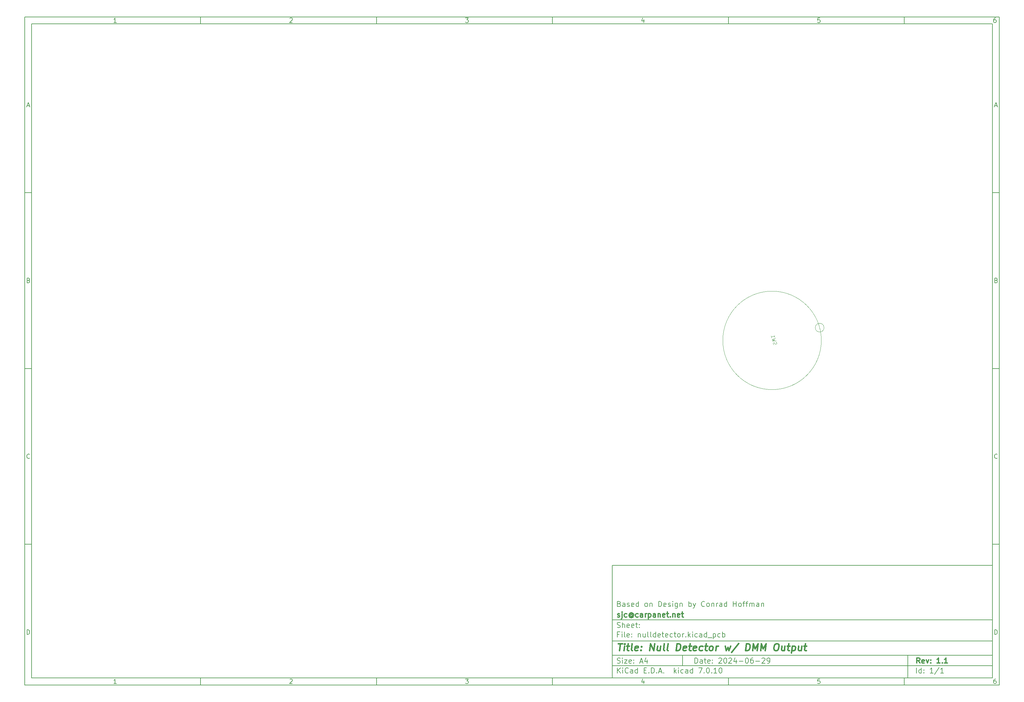
<source format=gbr>
%TF.GenerationSoftware,KiCad,Pcbnew,7.0.10*%
%TF.CreationDate,2024-07-02T22:36:04-04:00*%
%TF.ProjectId,nulldetector,6e756c6c-6465-4746-9563-746f722e6b69,1.1*%
%TF.SameCoordinates,Original*%
%TF.FileFunction,Legend,Bot*%
%TF.FilePolarity,Positive*%
%FSLAX46Y46*%
G04 Gerber Fmt 4.6, Leading zero omitted, Abs format (unit mm)*
G04 Created by KiCad (PCBNEW 7.0.10) date 2024-07-02 22:36:04*
%MOMM*%
%LPD*%
G01*
G04 APERTURE LIST*
%ADD10C,0.100000*%
%ADD11C,0.150000*%
%ADD12C,0.300000*%
%ADD13C,0.400000*%
G04 APERTURE END LIST*
D10*
D11*
X177002200Y-166007200D02*
X285002200Y-166007200D01*
X285002200Y-198007200D01*
X177002200Y-198007200D01*
X177002200Y-166007200D01*
D10*
D11*
X10000000Y-10000000D02*
X287002200Y-10000000D01*
X287002200Y-200007200D01*
X10000000Y-200007200D01*
X10000000Y-10000000D01*
D10*
D11*
X12000000Y-12000000D02*
X285002200Y-12000000D01*
X285002200Y-198007200D01*
X12000000Y-198007200D01*
X12000000Y-12000000D01*
D10*
D11*
X60000000Y-12000000D02*
X60000000Y-10000000D01*
D10*
D11*
X110000000Y-12000000D02*
X110000000Y-10000000D01*
D10*
D11*
X160000000Y-12000000D02*
X160000000Y-10000000D01*
D10*
D11*
X210000000Y-12000000D02*
X210000000Y-10000000D01*
D10*
D11*
X260000000Y-12000000D02*
X260000000Y-10000000D01*
D10*
D11*
X36089160Y-11593604D02*
X35346303Y-11593604D01*
X35717731Y-11593604D02*
X35717731Y-10293604D01*
X35717731Y-10293604D02*
X35593922Y-10479319D01*
X35593922Y-10479319D02*
X35470112Y-10603128D01*
X35470112Y-10603128D02*
X35346303Y-10665033D01*
D10*
D11*
X85346303Y-10417414D02*
X85408207Y-10355509D01*
X85408207Y-10355509D02*
X85532017Y-10293604D01*
X85532017Y-10293604D02*
X85841541Y-10293604D01*
X85841541Y-10293604D02*
X85965350Y-10355509D01*
X85965350Y-10355509D02*
X86027255Y-10417414D01*
X86027255Y-10417414D02*
X86089160Y-10541223D01*
X86089160Y-10541223D02*
X86089160Y-10665033D01*
X86089160Y-10665033D02*
X86027255Y-10850747D01*
X86027255Y-10850747D02*
X85284398Y-11593604D01*
X85284398Y-11593604D02*
X86089160Y-11593604D01*
D10*
D11*
X135284398Y-10293604D02*
X136089160Y-10293604D01*
X136089160Y-10293604D02*
X135655826Y-10788842D01*
X135655826Y-10788842D02*
X135841541Y-10788842D01*
X135841541Y-10788842D02*
X135965350Y-10850747D01*
X135965350Y-10850747D02*
X136027255Y-10912652D01*
X136027255Y-10912652D02*
X136089160Y-11036461D01*
X136089160Y-11036461D02*
X136089160Y-11345985D01*
X136089160Y-11345985D02*
X136027255Y-11469795D01*
X136027255Y-11469795D02*
X135965350Y-11531700D01*
X135965350Y-11531700D02*
X135841541Y-11593604D01*
X135841541Y-11593604D02*
X135470112Y-11593604D01*
X135470112Y-11593604D02*
X135346303Y-11531700D01*
X135346303Y-11531700D02*
X135284398Y-11469795D01*
D10*
D11*
X185965350Y-10726938D02*
X185965350Y-11593604D01*
X185655826Y-10231700D02*
X185346303Y-11160271D01*
X185346303Y-11160271D02*
X186151064Y-11160271D01*
D10*
D11*
X236027255Y-10293604D02*
X235408207Y-10293604D01*
X235408207Y-10293604D02*
X235346303Y-10912652D01*
X235346303Y-10912652D02*
X235408207Y-10850747D01*
X235408207Y-10850747D02*
X235532017Y-10788842D01*
X235532017Y-10788842D02*
X235841541Y-10788842D01*
X235841541Y-10788842D02*
X235965350Y-10850747D01*
X235965350Y-10850747D02*
X236027255Y-10912652D01*
X236027255Y-10912652D02*
X236089160Y-11036461D01*
X236089160Y-11036461D02*
X236089160Y-11345985D01*
X236089160Y-11345985D02*
X236027255Y-11469795D01*
X236027255Y-11469795D02*
X235965350Y-11531700D01*
X235965350Y-11531700D02*
X235841541Y-11593604D01*
X235841541Y-11593604D02*
X235532017Y-11593604D01*
X235532017Y-11593604D02*
X235408207Y-11531700D01*
X235408207Y-11531700D02*
X235346303Y-11469795D01*
D10*
D11*
X285965350Y-10293604D02*
X285717731Y-10293604D01*
X285717731Y-10293604D02*
X285593922Y-10355509D01*
X285593922Y-10355509D02*
X285532017Y-10417414D01*
X285532017Y-10417414D02*
X285408207Y-10603128D01*
X285408207Y-10603128D02*
X285346303Y-10850747D01*
X285346303Y-10850747D02*
X285346303Y-11345985D01*
X285346303Y-11345985D02*
X285408207Y-11469795D01*
X285408207Y-11469795D02*
X285470112Y-11531700D01*
X285470112Y-11531700D02*
X285593922Y-11593604D01*
X285593922Y-11593604D02*
X285841541Y-11593604D01*
X285841541Y-11593604D02*
X285965350Y-11531700D01*
X285965350Y-11531700D02*
X286027255Y-11469795D01*
X286027255Y-11469795D02*
X286089160Y-11345985D01*
X286089160Y-11345985D02*
X286089160Y-11036461D01*
X286089160Y-11036461D02*
X286027255Y-10912652D01*
X286027255Y-10912652D02*
X285965350Y-10850747D01*
X285965350Y-10850747D02*
X285841541Y-10788842D01*
X285841541Y-10788842D02*
X285593922Y-10788842D01*
X285593922Y-10788842D02*
X285470112Y-10850747D01*
X285470112Y-10850747D02*
X285408207Y-10912652D01*
X285408207Y-10912652D02*
X285346303Y-11036461D01*
D10*
D11*
X60000000Y-198007200D02*
X60000000Y-200007200D01*
D10*
D11*
X110000000Y-198007200D02*
X110000000Y-200007200D01*
D10*
D11*
X160000000Y-198007200D02*
X160000000Y-200007200D01*
D10*
D11*
X210000000Y-198007200D02*
X210000000Y-200007200D01*
D10*
D11*
X260000000Y-198007200D02*
X260000000Y-200007200D01*
D10*
D11*
X36089160Y-199600804D02*
X35346303Y-199600804D01*
X35717731Y-199600804D02*
X35717731Y-198300804D01*
X35717731Y-198300804D02*
X35593922Y-198486519D01*
X35593922Y-198486519D02*
X35470112Y-198610328D01*
X35470112Y-198610328D02*
X35346303Y-198672233D01*
D10*
D11*
X85346303Y-198424614D02*
X85408207Y-198362709D01*
X85408207Y-198362709D02*
X85532017Y-198300804D01*
X85532017Y-198300804D02*
X85841541Y-198300804D01*
X85841541Y-198300804D02*
X85965350Y-198362709D01*
X85965350Y-198362709D02*
X86027255Y-198424614D01*
X86027255Y-198424614D02*
X86089160Y-198548423D01*
X86089160Y-198548423D02*
X86089160Y-198672233D01*
X86089160Y-198672233D02*
X86027255Y-198857947D01*
X86027255Y-198857947D02*
X85284398Y-199600804D01*
X85284398Y-199600804D02*
X86089160Y-199600804D01*
D10*
D11*
X135284398Y-198300804D02*
X136089160Y-198300804D01*
X136089160Y-198300804D02*
X135655826Y-198796042D01*
X135655826Y-198796042D02*
X135841541Y-198796042D01*
X135841541Y-198796042D02*
X135965350Y-198857947D01*
X135965350Y-198857947D02*
X136027255Y-198919852D01*
X136027255Y-198919852D02*
X136089160Y-199043661D01*
X136089160Y-199043661D02*
X136089160Y-199353185D01*
X136089160Y-199353185D02*
X136027255Y-199476995D01*
X136027255Y-199476995D02*
X135965350Y-199538900D01*
X135965350Y-199538900D02*
X135841541Y-199600804D01*
X135841541Y-199600804D02*
X135470112Y-199600804D01*
X135470112Y-199600804D02*
X135346303Y-199538900D01*
X135346303Y-199538900D02*
X135284398Y-199476995D01*
D10*
D11*
X185965350Y-198734138D02*
X185965350Y-199600804D01*
X185655826Y-198238900D02*
X185346303Y-199167471D01*
X185346303Y-199167471D02*
X186151064Y-199167471D01*
D10*
D11*
X236027255Y-198300804D02*
X235408207Y-198300804D01*
X235408207Y-198300804D02*
X235346303Y-198919852D01*
X235346303Y-198919852D02*
X235408207Y-198857947D01*
X235408207Y-198857947D02*
X235532017Y-198796042D01*
X235532017Y-198796042D02*
X235841541Y-198796042D01*
X235841541Y-198796042D02*
X235965350Y-198857947D01*
X235965350Y-198857947D02*
X236027255Y-198919852D01*
X236027255Y-198919852D02*
X236089160Y-199043661D01*
X236089160Y-199043661D02*
X236089160Y-199353185D01*
X236089160Y-199353185D02*
X236027255Y-199476995D01*
X236027255Y-199476995D02*
X235965350Y-199538900D01*
X235965350Y-199538900D02*
X235841541Y-199600804D01*
X235841541Y-199600804D02*
X235532017Y-199600804D01*
X235532017Y-199600804D02*
X235408207Y-199538900D01*
X235408207Y-199538900D02*
X235346303Y-199476995D01*
D10*
D11*
X285965350Y-198300804D02*
X285717731Y-198300804D01*
X285717731Y-198300804D02*
X285593922Y-198362709D01*
X285593922Y-198362709D02*
X285532017Y-198424614D01*
X285532017Y-198424614D02*
X285408207Y-198610328D01*
X285408207Y-198610328D02*
X285346303Y-198857947D01*
X285346303Y-198857947D02*
X285346303Y-199353185D01*
X285346303Y-199353185D02*
X285408207Y-199476995D01*
X285408207Y-199476995D02*
X285470112Y-199538900D01*
X285470112Y-199538900D02*
X285593922Y-199600804D01*
X285593922Y-199600804D02*
X285841541Y-199600804D01*
X285841541Y-199600804D02*
X285965350Y-199538900D01*
X285965350Y-199538900D02*
X286027255Y-199476995D01*
X286027255Y-199476995D02*
X286089160Y-199353185D01*
X286089160Y-199353185D02*
X286089160Y-199043661D01*
X286089160Y-199043661D02*
X286027255Y-198919852D01*
X286027255Y-198919852D02*
X285965350Y-198857947D01*
X285965350Y-198857947D02*
X285841541Y-198796042D01*
X285841541Y-198796042D02*
X285593922Y-198796042D01*
X285593922Y-198796042D02*
X285470112Y-198857947D01*
X285470112Y-198857947D02*
X285408207Y-198919852D01*
X285408207Y-198919852D02*
X285346303Y-199043661D01*
D10*
D11*
X10000000Y-60000000D02*
X12000000Y-60000000D01*
D10*
D11*
X10000000Y-110000000D02*
X12000000Y-110000000D01*
D10*
D11*
X10000000Y-160000000D02*
X12000000Y-160000000D01*
D10*
D11*
X10690476Y-35222176D02*
X11309523Y-35222176D01*
X10566666Y-35593604D02*
X10999999Y-34293604D01*
X10999999Y-34293604D02*
X11433333Y-35593604D01*
D10*
D11*
X11092857Y-84912652D02*
X11278571Y-84974557D01*
X11278571Y-84974557D02*
X11340476Y-85036461D01*
X11340476Y-85036461D02*
X11402380Y-85160271D01*
X11402380Y-85160271D02*
X11402380Y-85345985D01*
X11402380Y-85345985D02*
X11340476Y-85469795D01*
X11340476Y-85469795D02*
X11278571Y-85531700D01*
X11278571Y-85531700D02*
X11154761Y-85593604D01*
X11154761Y-85593604D02*
X10659523Y-85593604D01*
X10659523Y-85593604D02*
X10659523Y-84293604D01*
X10659523Y-84293604D02*
X11092857Y-84293604D01*
X11092857Y-84293604D02*
X11216666Y-84355509D01*
X11216666Y-84355509D02*
X11278571Y-84417414D01*
X11278571Y-84417414D02*
X11340476Y-84541223D01*
X11340476Y-84541223D02*
X11340476Y-84665033D01*
X11340476Y-84665033D02*
X11278571Y-84788842D01*
X11278571Y-84788842D02*
X11216666Y-84850747D01*
X11216666Y-84850747D02*
X11092857Y-84912652D01*
X11092857Y-84912652D02*
X10659523Y-84912652D01*
D10*
D11*
X11402380Y-135469795D02*
X11340476Y-135531700D01*
X11340476Y-135531700D02*
X11154761Y-135593604D01*
X11154761Y-135593604D02*
X11030952Y-135593604D01*
X11030952Y-135593604D02*
X10845238Y-135531700D01*
X10845238Y-135531700D02*
X10721428Y-135407890D01*
X10721428Y-135407890D02*
X10659523Y-135284080D01*
X10659523Y-135284080D02*
X10597619Y-135036461D01*
X10597619Y-135036461D02*
X10597619Y-134850747D01*
X10597619Y-134850747D02*
X10659523Y-134603128D01*
X10659523Y-134603128D02*
X10721428Y-134479319D01*
X10721428Y-134479319D02*
X10845238Y-134355509D01*
X10845238Y-134355509D02*
X11030952Y-134293604D01*
X11030952Y-134293604D02*
X11154761Y-134293604D01*
X11154761Y-134293604D02*
X11340476Y-134355509D01*
X11340476Y-134355509D02*
X11402380Y-134417414D01*
D10*
D11*
X10659523Y-185593604D02*
X10659523Y-184293604D01*
X10659523Y-184293604D02*
X10969047Y-184293604D01*
X10969047Y-184293604D02*
X11154761Y-184355509D01*
X11154761Y-184355509D02*
X11278571Y-184479319D01*
X11278571Y-184479319D02*
X11340476Y-184603128D01*
X11340476Y-184603128D02*
X11402380Y-184850747D01*
X11402380Y-184850747D02*
X11402380Y-185036461D01*
X11402380Y-185036461D02*
X11340476Y-185284080D01*
X11340476Y-185284080D02*
X11278571Y-185407890D01*
X11278571Y-185407890D02*
X11154761Y-185531700D01*
X11154761Y-185531700D02*
X10969047Y-185593604D01*
X10969047Y-185593604D02*
X10659523Y-185593604D01*
D10*
D11*
X287002200Y-60000000D02*
X285002200Y-60000000D01*
D10*
D11*
X287002200Y-110000000D02*
X285002200Y-110000000D01*
D10*
D11*
X287002200Y-160000000D02*
X285002200Y-160000000D01*
D10*
D11*
X285692676Y-35222176D02*
X286311723Y-35222176D01*
X285568866Y-35593604D02*
X286002199Y-34293604D01*
X286002199Y-34293604D02*
X286435533Y-35593604D01*
D10*
D11*
X286095057Y-84912652D02*
X286280771Y-84974557D01*
X286280771Y-84974557D02*
X286342676Y-85036461D01*
X286342676Y-85036461D02*
X286404580Y-85160271D01*
X286404580Y-85160271D02*
X286404580Y-85345985D01*
X286404580Y-85345985D02*
X286342676Y-85469795D01*
X286342676Y-85469795D02*
X286280771Y-85531700D01*
X286280771Y-85531700D02*
X286156961Y-85593604D01*
X286156961Y-85593604D02*
X285661723Y-85593604D01*
X285661723Y-85593604D02*
X285661723Y-84293604D01*
X285661723Y-84293604D02*
X286095057Y-84293604D01*
X286095057Y-84293604D02*
X286218866Y-84355509D01*
X286218866Y-84355509D02*
X286280771Y-84417414D01*
X286280771Y-84417414D02*
X286342676Y-84541223D01*
X286342676Y-84541223D02*
X286342676Y-84665033D01*
X286342676Y-84665033D02*
X286280771Y-84788842D01*
X286280771Y-84788842D02*
X286218866Y-84850747D01*
X286218866Y-84850747D02*
X286095057Y-84912652D01*
X286095057Y-84912652D02*
X285661723Y-84912652D01*
D10*
D11*
X286404580Y-135469795D02*
X286342676Y-135531700D01*
X286342676Y-135531700D02*
X286156961Y-135593604D01*
X286156961Y-135593604D02*
X286033152Y-135593604D01*
X286033152Y-135593604D02*
X285847438Y-135531700D01*
X285847438Y-135531700D02*
X285723628Y-135407890D01*
X285723628Y-135407890D02*
X285661723Y-135284080D01*
X285661723Y-135284080D02*
X285599819Y-135036461D01*
X285599819Y-135036461D02*
X285599819Y-134850747D01*
X285599819Y-134850747D02*
X285661723Y-134603128D01*
X285661723Y-134603128D02*
X285723628Y-134479319D01*
X285723628Y-134479319D02*
X285847438Y-134355509D01*
X285847438Y-134355509D02*
X286033152Y-134293604D01*
X286033152Y-134293604D02*
X286156961Y-134293604D01*
X286156961Y-134293604D02*
X286342676Y-134355509D01*
X286342676Y-134355509D02*
X286404580Y-134417414D01*
D10*
D11*
X285661723Y-185593604D02*
X285661723Y-184293604D01*
X285661723Y-184293604D02*
X285971247Y-184293604D01*
X285971247Y-184293604D02*
X286156961Y-184355509D01*
X286156961Y-184355509D02*
X286280771Y-184479319D01*
X286280771Y-184479319D02*
X286342676Y-184603128D01*
X286342676Y-184603128D02*
X286404580Y-184850747D01*
X286404580Y-184850747D02*
X286404580Y-185036461D01*
X286404580Y-185036461D02*
X286342676Y-185284080D01*
X286342676Y-185284080D02*
X286280771Y-185407890D01*
X286280771Y-185407890D02*
X286156961Y-185531700D01*
X286156961Y-185531700D02*
X285971247Y-185593604D01*
X285971247Y-185593604D02*
X285661723Y-185593604D01*
D10*
D11*
X200458026Y-193793328D02*
X200458026Y-192293328D01*
X200458026Y-192293328D02*
X200815169Y-192293328D01*
X200815169Y-192293328D02*
X201029455Y-192364757D01*
X201029455Y-192364757D02*
X201172312Y-192507614D01*
X201172312Y-192507614D02*
X201243741Y-192650471D01*
X201243741Y-192650471D02*
X201315169Y-192936185D01*
X201315169Y-192936185D02*
X201315169Y-193150471D01*
X201315169Y-193150471D02*
X201243741Y-193436185D01*
X201243741Y-193436185D02*
X201172312Y-193579042D01*
X201172312Y-193579042D02*
X201029455Y-193721900D01*
X201029455Y-193721900D02*
X200815169Y-193793328D01*
X200815169Y-193793328D02*
X200458026Y-193793328D01*
X202600884Y-193793328D02*
X202600884Y-193007614D01*
X202600884Y-193007614D02*
X202529455Y-192864757D01*
X202529455Y-192864757D02*
X202386598Y-192793328D01*
X202386598Y-192793328D02*
X202100884Y-192793328D01*
X202100884Y-192793328D02*
X201958026Y-192864757D01*
X202600884Y-193721900D02*
X202458026Y-193793328D01*
X202458026Y-193793328D02*
X202100884Y-193793328D01*
X202100884Y-193793328D02*
X201958026Y-193721900D01*
X201958026Y-193721900D02*
X201886598Y-193579042D01*
X201886598Y-193579042D02*
X201886598Y-193436185D01*
X201886598Y-193436185D02*
X201958026Y-193293328D01*
X201958026Y-193293328D02*
X202100884Y-193221900D01*
X202100884Y-193221900D02*
X202458026Y-193221900D01*
X202458026Y-193221900D02*
X202600884Y-193150471D01*
X203100884Y-192793328D02*
X203672312Y-192793328D01*
X203315169Y-192293328D02*
X203315169Y-193579042D01*
X203315169Y-193579042D02*
X203386598Y-193721900D01*
X203386598Y-193721900D02*
X203529455Y-193793328D01*
X203529455Y-193793328D02*
X203672312Y-193793328D01*
X204743741Y-193721900D02*
X204600884Y-193793328D01*
X204600884Y-193793328D02*
X204315170Y-193793328D01*
X204315170Y-193793328D02*
X204172312Y-193721900D01*
X204172312Y-193721900D02*
X204100884Y-193579042D01*
X204100884Y-193579042D02*
X204100884Y-193007614D01*
X204100884Y-193007614D02*
X204172312Y-192864757D01*
X204172312Y-192864757D02*
X204315170Y-192793328D01*
X204315170Y-192793328D02*
X204600884Y-192793328D01*
X204600884Y-192793328D02*
X204743741Y-192864757D01*
X204743741Y-192864757D02*
X204815170Y-193007614D01*
X204815170Y-193007614D02*
X204815170Y-193150471D01*
X204815170Y-193150471D02*
X204100884Y-193293328D01*
X205458026Y-193650471D02*
X205529455Y-193721900D01*
X205529455Y-193721900D02*
X205458026Y-193793328D01*
X205458026Y-193793328D02*
X205386598Y-193721900D01*
X205386598Y-193721900D02*
X205458026Y-193650471D01*
X205458026Y-193650471D02*
X205458026Y-193793328D01*
X205458026Y-192864757D02*
X205529455Y-192936185D01*
X205529455Y-192936185D02*
X205458026Y-193007614D01*
X205458026Y-193007614D02*
X205386598Y-192936185D01*
X205386598Y-192936185D02*
X205458026Y-192864757D01*
X205458026Y-192864757D02*
X205458026Y-193007614D01*
X207243741Y-192436185D02*
X207315169Y-192364757D01*
X207315169Y-192364757D02*
X207458027Y-192293328D01*
X207458027Y-192293328D02*
X207815169Y-192293328D01*
X207815169Y-192293328D02*
X207958027Y-192364757D01*
X207958027Y-192364757D02*
X208029455Y-192436185D01*
X208029455Y-192436185D02*
X208100884Y-192579042D01*
X208100884Y-192579042D02*
X208100884Y-192721900D01*
X208100884Y-192721900D02*
X208029455Y-192936185D01*
X208029455Y-192936185D02*
X207172312Y-193793328D01*
X207172312Y-193793328D02*
X208100884Y-193793328D01*
X209029455Y-192293328D02*
X209172312Y-192293328D01*
X209172312Y-192293328D02*
X209315169Y-192364757D01*
X209315169Y-192364757D02*
X209386598Y-192436185D01*
X209386598Y-192436185D02*
X209458026Y-192579042D01*
X209458026Y-192579042D02*
X209529455Y-192864757D01*
X209529455Y-192864757D02*
X209529455Y-193221900D01*
X209529455Y-193221900D02*
X209458026Y-193507614D01*
X209458026Y-193507614D02*
X209386598Y-193650471D01*
X209386598Y-193650471D02*
X209315169Y-193721900D01*
X209315169Y-193721900D02*
X209172312Y-193793328D01*
X209172312Y-193793328D02*
X209029455Y-193793328D01*
X209029455Y-193793328D02*
X208886598Y-193721900D01*
X208886598Y-193721900D02*
X208815169Y-193650471D01*
X208815169Y-193650471D02*
X208743740Y-193507614D01*
X208743740Y-193507614D02*
X208672312Y-193221900D01*
X208672312Y-193221900D02*
X208672312Y-192864757D01*
X208672312Y-192864757D02*
X208743740Y-192579042D01*
X208743740Y-192579042D02*
X208815169Y-192436185D01*
X208815169Y-192436185D02*
X208886598Y-192364757D01*
X208886598Y-192364757D02*
X209029455Y-192293328D01*
X210100883Y-192436185D02*
X210172311Y-192364757D01*
X210172311Y-192364757D02*
X210315169Y-192293328D01*
X210315169Y-192293328D02*
X210672311Y-192293328D01*
X210672311Y-192293328D02*
X210815169Y-192364757D01*
X210815169Y-192364757D02*
X210886597Y-192436185D01*
X210886597Y-192436185D02*
X210958026Y-192579042D01*
X210958026Y-192579042D02*
X210958026Y-192721900D01*
X210958026Y-192721900D02*
X210886597Y-192936185D01*
X210886597Y-192936185D02*
X210029454Y-193793328D01*
X210029454Y-193793328D02*
X210958026Y-193793328D01*
X212243740Y-192793328D02*
X212243740Y-193793328D01*
X211886597Y-192221900D02*
X211529454Y-193293328D01*
X211529454Y-193293328D02*
X212458025Y-193293328D01*
X213029453Y-193221900D02*
X214172311Y-193221900D01*
X215172311Y-192293328D02*
X215315168Y-192293328D01*
X215315168Y-192293328D02*
X215458025Y-192364757D01*
X215458025Y-192364757D02*
X215529454Y-192436185D01*
X215529454Y-192436185D02*
X215600882Y-192579042D01*
X215600882Y-192579042D02*
X215672311Y-192864757D01*
X215672311Y-192864757D02*
X215672311Y-193221900D01*
X215672311Y-193221900D02*
X215600882Y-193507614D01*
X215600882Y-193507614D02*
X215529454Y-193650471D01*
X215529454Y-193650471D02*
X215458025Y-193721900D01*
X215458025Y-193721900D02*
X215315168Y-193793328D01*
X215315168Y-193793328D02*
X215172311Y-193793328D01*
X215172311Y-193793328D02*
X215029454Y-193721900D01*
X215029454Y-193721900D02*
X214958025Y-193650471D01*
X214958025Y-193650471D02*
X214886596Y-193507614D01*
X214886596Y-193507614D02*
X214815168Y-193221900D01*
X214815168Y-193221900D02*
X214815168Y-192864757D01*
X214815168Y-192864757D02*
X214886596Y-192579042D01*
X214886596Y-192579042D02*
X214958025Y-192436185D01*
X214958025Y-192436185D02*
X215029454Y-192364757D01*
X215029454Y-192364757D02*
X215172311Y-192293328D01*
X216958025Y-192293328D02*
X216672310Y-192293328D01*
X216672310Y-192293328D02*
X216529453Y-192364757D01*
X216529453Y-192364757D02*
X216458025Y-192436185D01*
X216458025Y-192436185D02*
X216315167Y-192650471D01*
X216315167Y-192650471D02*
X216243739Y-192936185D01*
X216243739Y-192936185D02*
X216243739Y-193507614D01*
X216243739Y-193507614D02*
X216315167Y-193650471D01*
X216315167Y-193650471D02*
X216386596Y-193721900D01*
X216386596Y-193721900D02*
X216529453Y-193793328D01*
X216529453Y-193793328D02*
X216815167Y-193793328D01*
X216815167Y-193793328D02*
X216958025Y-193721900D01*
X216958025Y-193721900D02*
X217029453Y-193650471D01*
X217029453Y-193650471D02*
X217100882Y-193507614D01*
X217100882Y-193507614D02*
X217100882Y-193150471D01*
X217100882Y-193150471D02*
X217029453Y-193007614D01*
X217029453Y-193007614D02*
X216958025Y-192936185D01*
X216958025Y-192936185D02*
X216815167Y-192864757D01*
X216815167Y-192864757D02*
X216529453Y-192864757D01*
X216529453Y-192864757D02*
X216386596Y-192936185D01*
X216386596Y-192936185D02*
X216315167Y-193007614D01*
X216315167Y-193007614D02*
X216243739Y-193150471D01*
X217743738Y-193221900D02*
X218886596Y-193221900D01*
X219529453Y-192436185D02*
X219600881Y-192364757D01*
X219600881Y-192364757D02*
X219743739Y-192293328D01*
X219743739Y-192293328D02*
X220100881Y-192293328D01*
X220100881Y-192293328D02*
X220243739Y-192364757D01*
X220243739Y-192364757D02*
X220315167Y-192436185D01*
X220315167Y-192436185D02*
X220386596Y-192579042D01*
X220386596Y-192579042D02*
X220386596Y-192721900D01*
X220386596Y-192721900D02*
X220315167Y-192936185D01*
X220315167Y-192936185D02*
X219458024Y-193793328D01*
X219458024Y-193793328D02*
X220386596Y-193793328D01*
X221100881Y-193793328D02*
X221386595Y-193793328D01*
X221386595Y-193793328D02*
X221529452Y-193721900D01*
X221529452Y-193721900D02*
X221600881Y-193650471D01*
X221600881Y-193650471D02*
X221743738Y-193436185D01*
X221743738Y-193436185D02*
X221815167Y-193150471D01*
X221815167Y-193150471D02*
X221815167Y-192579042D01*
X221815167Y-192579042D02*
X221743738Y-192436185D01*
X221743738Y-192436185D02*
X221672310Y-192364757D01*
X221672310Y-192364757D02*
X221529452Y-192293328D01*
X221529452Y-192293328D02*
X221243738Y-192293328D01*
X221243738Y-192293328D02*
X221100881Y-192364757D01*
X221100881Y-192364757D02*
X221029452Y-192436185D01*
X221029452Y-192436185D02*
X220958024Y-192579042D01*
X220958024Y-192579042D02*
X220958024Y-192936185D01*
X220958024Y-192936185D02*
X221029452Y-193079042D01*
X221029452Y-193079042D02*
X221100881Y-193150471D01*
X221100881Y-193150471D02*
X221243738Y-193221900D01*
X221243738Y-193221900D02*
X221529452Y-193221900D01*
X221529452Y-193221900D02*
X221672310Y-193150471D01*
X221672310Y-193150471D02*
X221743738Y-193079042D01*
X221743738Y-193079042D02*
X221815167Y-192936185D01*
D10*
D11*
X177002200Y-194507200D02*
X285002200Y-194507200D01*
D10*
D11*
X178458026Y-196593328D02*
X178458026Y-195093328D01*
X179315169Y-196593328D02*
X178672312Y-195736185D01*
X179315169Y-195093328D02*
X178458026Y-195950471D01*
X179958026Y-196593328D02*
X179958026Y-195593328D01*
X179958026Y-195093328D02*
X179886598Y-195164757D01*
X179886598Y-195164757D02*
X179958026Y-195236185D01*
X179958026Y-195236185D02*
X180029455Y-195164757D01*
X180029455Y-195164757D02*
X179958026Y-195093328D01*
X179958026Y-195093328D02*
X179958026Y-195236185D01*
X181529455Y-196450471D02*
X181458027Y-196521900D01*
X181458027Y-196521900D02*
X181243741Y-196593328D01*
X181243741Y-196593328D02*
X181100884Y-196593328D01*
X181100884Y-196593328D02*
X180886598Y-196521900D01*
X180886598Y-196521900D02*
X180743741Y-196379042D01*
X180743741Y-196379042D02*
X180672312Y-196236185D01*
X180672312Y-196236185D02*
X180600884Y-195950471D01*
X180600884Y-195950471D02*
X180600884Y-195736185D01*
X180600884Y-195736185D02*
X180672312Y-195450471D01*
X180672312Y-195450471D02*
X180743741Y-195307614D01*
X180743741Y-195307614D02*
X180886598Y-195164757D01*
X180886598Y-195164757D02*
X181100884Y-195093328D01*
X181100884Y-195093328D02*
X181243741Y-195093328D01*
X181243741Y-195093328D02*
X181458027Y-195164757D01*
X181458027Y-195164757D02*
X181529455Y-195236185D01*
X182815170Y-196593328D02*
X182815170Y-195807614D01*
X182815170Y-195807614D02*
X182743741Y-195664757D01*
X182743741Y-195664757D02*
X182600884Y-195593328D01*
X182600884Y-195593328D02*
X182315170Y-195593328D01*
X182315170Y-195593328D02*
X182172312Y-195664757D01*
X182815170Y-196521900D02*
X182672312Y-196593328D01*
X182672312Y-196593328D02*
X182315170Y-196593328D01*
X182315170Y-196593328D02*
X182172312Y-196521900D01*
X182172312Y-196521900D02*
X182100884Y-196379042D01*
X182100884Y-196379042D02*
X182100884Y-196236185D01*
X182100884Y-196236185D02*
X182172312Y-196093328D01*
X182172312Y-196093328D02*
X182315170Y-196021900D01*
X182315170Y-196021900D02*
X182672312Y-196021900D01*
X182672312Y-196021900D02*
X182815170Y-195950471D01*
X184172313Y-196593328D02*
X184172313Y-195093328D01*
X184172313Y-196521900D02*
X184029455Y-196593328D01*
X184029455Y-196593328D02*
X183743741Y-196593328D01*
X183743741Y-196593328D02*
X183600884Y-196521900D01*
X183600884Y-196521900D02*
X183529455Y-196450471D01*
X183529455Y-196450471D02*
X183458027Y-196307614D01*
X183458027Y-196307614D02*
X183458027Y-195879042D01*
X183458027Y-195879042D02*
X183529455Y-195736185D01*
X183529455Y-195736185D02*
X183600884Y-195664757D01*
X183600884Y-195664757D02*
X183743741Y-195593328D01*
X183743741Y-195593328D02*
X184029455Y-195593328D01*
X184029455Y-195593328D02*
X184172313Y-195664757D01*
X186029455Y-195807614D02*
X186529455Y-195807614D01*
X186743741Y-196593328D02*
X186029455Y-196593328D01*
X186029455Y-196593328D02*
X186029455Y-195093328D01*
X186029455Y-195093328D02*
X186743741Y-195093328D01*
X187386598Y-196450471D02*
X187458027Y-196521900D01*
X187458027Y-196521900D02*
X187386598Y-196593328D01*
X187386598Y-196593328D02*
X187315170Y-196521900D01*
X187315170Y-196521900D02*
X187386598Y-196450471D01*
X187386598Y-196450471D02*
X187386598Y-196593328D01*
X188100884Y-196593328D02*
X188100884Y-195093328D01*
X188100884Y-195093328D02*
X188458027Y-195093328D01*
X188458027Y-195093328D02*
X188672313Y-195164757D01*
X188672313Y-195164757D02*
X188815170Y-195307614D01*
X188815170Y-195307614D02*
X188886599Y-195450471D01*
X188886599Y-195450471D02*
X188958027Y-195736185D01*
X188958027Y-195736185D02*
X188958027Y-195950471D01*
X188958027Y-195950471D02*
X188886599Y-196236185D01*
X188886599Y-196236185D02*
X188815170Y-196379042D01*
X188815170Y-196379042D02*
X188672313Y-196521900D01*
X188672313Y-196521900D02*
X188458027Y-196593328D01*
X188458027Y-196593328D02*
X188100884Y-196593328D01*
X189600884Y-196450471D02*
X189672313Y-196521900D01*
X189672313Y-196521900D02*
X189600884Y-196593328D01*
X189600884Y-196593328D02*
X189529456Y-196521900D01*
X189529456Y-196521900D02*
X189600884Y-196450471D01*
X189600884Y-196450471D02*
X189600884Y-196593328D01*
X190243742Y-196164757D02*
X190958028Y-196164757D01*
X190100885Y-196593328D02*
X190600885Y-195093328D01*
X190600885Y-195093328D02*
X191100885Y-196593328D01*
X191600884Y-196450471D02*
X191672313Y-196521900D01*
X191672313Y-196521900D02*
X191600884Y-196593328D01*
X191600884Y-196593328D02*
X191529456Y-196521900D01*
X191529456Y-196521900D02*
X191600884Y-196450471D01*
X191600884Y-196450471D02*
X191600884Y-196593328D01*
X194600884Y-196593328D02*
X194600884Y-195093328D01*
X194743742Y-196021900D02*
X195172313Y-196593328D01*
X195172313Y-195593328D02*
X194600884Y-196164757D01*
X195815170Y-196593328D02*
X195815170Y-195593328D01*
X195815170Y-195093328D02*
X195743742Y-195164757D01*
X195743742Y-195164757D02*
X195815170Y-195236185D01*
X195815170Y-195236185D02*
X195886599Y-195164757D01*
X195886599Y-195164757D02*
X195815170Y-195093328D01*
X195815170Y-195093328D02*
X195815170Y-195236185D01*
X197172314Y-196521900D02*
X197029456Y-196593328D01*
X197029456Y-196593328D02*
X196743742Y-196593328D01*
X196743742Y-196593328D02*
X196600885Y-196521900D01*
X196600885Y-196521900D02*
X196529456Y-196450471D01*
X196529456Y-196450471D02*
X196458028Y-196307614D01*
X196458028Y-196307614D02*
X196458028Y-195879042D01*
X196458028Y-195879042D02*
X196529456Y-195736185D01*
X196529456Y-195736185D02*
X196600885Y-195664757D01*
X196600885Y-195664757D02*
X196743742Y-195593328D01*
X196743742Y-195593328D02*
X197029456Y-195593328D01*
X197029456Y-195593328D02*
X197172314Y-195664757D01*
X198458028Y-196593328D02*
X198458028Y-195807614D01*
X198458028Y-195807614D02*
X198386599Y-195664757D01*
X198386599Y-195664757D02*
X198243742Y-195593328D01*
X198243742Y-195593328D02*
X197958028Y-195593328D01*
X197958028Y-195593328D02*
X197815170Y-195664757D01*
X198458028Y-196521900D02*
X198315170Y-196593328D01*
X198315170Y-196593328D02*
X197958028Y-196593328D01*
X197958028Y-196593328D02*
X197815170Y-196521900D01*
X197815170Y-196521900D02*
X197743742Y-196379042D01*
X197743742Y-196379042D02*
X197743742Y-196236185D01*
X197743742Y-196236185D02*
X197815170Y-196093328D01*
X197815170Y-196093328D02*
X197958028Y-196021900D01*
X197958028Y-196021900D02*
X198315170Y-196021900D01*
X198315170Y-196021900D02*
X198458028Y-195950471D01*
X199815171Y-196593328D02*
X199815171Y-195093328D01*
X199815171Y-196521900D02*
X199672313Y-196593328D01*
X199672313Y-196593328D02*
X199386599Y-196593328D01*
X199386599Y-196593328D02*
X199243742Y-196521900D01*
X199243742Y-196521900D02*
X199172313Y-196450471D01*
X199172313Y-196450471D02*
X199100885Y-196307614D01*
X199100885Y-196307614D02*
X199100885Y-195879042D01*
X199100885Y-195879042D02*
X199172313Y-195736185D01*
X199172313Y-195736185D02*
X199243742Y-195664757D01*
X199243742Y-195664757D02*
X199386599Y-195593328D01*
X199386599Y-195593328D02*
X199672313Y-195593328D01*
X199672313Y-195593328D02*
X199815171Y-195664757D01*
X201529456Y-195093328D02*
X202529456Y-195093328D01*
X202529456Y-195093328D02*
X201886599Y-196593328D01*
X203100884Y-196450471D02*
X203172313Y-196521900D01*
X203172313Y-196521900D02*
X203100884Y-196593328D01*
X203100884Y-196593328D02*
X203029456Y-196521900D01*
X203029456Y-196521900D02*
X203100884Y-196450471D01*
X203100884Y-196450471D02*
X203100884Y-196593328D01*
X204100885Y-195093328D02*
X204243742Y-195093328D01*
X204243742Y-195093328D02*
X204386599Y-195164757D01*
X204386599Y-195164757D02*
X204458028Y-195236185D01*
X204458028Y-195236185D02*
X204529456Y-195379042D01*
X204529456Y-195379042D02*
X204600885Y-195664757D01*
X204600885Y-195664757D02*
X204600885Y-196021900D01*
X204600885Y-196021900D02*
X204529456Y-196307614D01*
X204529456Y-196307614D02*
X204458028Y-196450471D01*
X204458028Y-196450471D02*
X204386599Y-196521900D01*
X204386599Y-196521900D02*
X204243742Y-196593328D01*
X204243742Y-196593328D02*
X204100885Y-196593328D01*
X204100885Y-196593328D02*
X203958028Y-196521900D01*
X203958028Y-196521900D02*
X203886599Y-196450471D01*
X203886599Y-196450471D02*
X203815170Y-196307614D01*
X203815170Y-196307614D02*
X203743742Y-196021900D01*
X203743742Y-196021900D02*
X203743742Y-195664757D01*
X203743742Y-195664757D02*
X203815170Y-195379042D01*
X203815170Y-195379042D02*
X203886599Y-195236185D01*
X203886599Y-195236185D02*
X203958028Y-195164757D01*
X203958028Y-195164757D02*
X204100885Y-195093328D01*
X205243741Y-196450471D02*
X205315170Y-196521900D01*
X205315170Y-196521900D02*
X205243741Y-196593328D01*
X205243741Y-196593328D02*
X205172313Y-196521900D01*
X205172313Y-196521900D02*
X205243741Y-196450471D01*
X205243741Y-196450471D02*
X205243741Y-196593328D01*
X206743742Y-196593328D02*
X205886599Y-196593328D01*
X206315170Y-196593328D02*
X206315170Y-195093328D01*
X206315170Y-195093328D02*
X206172313Y-195307614D01*
X206172313Y-195307614D02*
X206029456Y-195450471D01*
X206029456Y-195450471D02*
X205886599Y-195521900D01*
X207672313Y-195093328D02*
X207815170Y-195093328D01*
X207815170Y-195093328D02*
X207958027Y-195164757D01*
X207958027Y-195164757D02*
X208029456Y-195236185D01*
X208029456Y-195236185D02*
X208100884Y-195379042D01*
X208100884Y-195379042D02*
X208172313Y-195664757D01*
X208172313Y-195664757D02*
X208172313Y-196021900D01*
X208172313Y-196021900D02*
X208100884Y-196307614D01*
X208100884Y-196307614D02*
X208029456Y-196450471D01*
X208029456Y-196450471D02*
X207958027Y-196521900D01*
X207958027Y-196521900D02*
X207815170Y-196593328D01*
X207815170Y-196593328D02*
X207672313Y-196593328D01*
X207672313Y-196593328D02*
X207529456Y-196521900D01*
X207529456Y-196521900D02*
X207458027Y-196450471D01*
X207458027Y-196450471D02*
X207386598Y-196307614D01*
X207386598Y-196307614D02*
X207315170Y-196021900D01*
X207315170Y-196021900D02*
X207315170Y-195664757D01*
X207315170Y-195664757D02*
X207386598Y-195379042D01*
X207386598Y-195379042D02*
X207458027Y-195236185D01*
X207458027Y-195236185D02*
X207529456Y-195164757D01*
X207529456Y-195164757D02*
X207672313Y-195093328D01*
D10*
D11*
X177002200Y-191507200D02*
X285002200Y-191507200D01*
D10*
D12*
X264413853Y-193785528D02*
X263913853Y-193071242D01*
X263556710Y-193785528D02*
X263556710Y-192285528D01*
X263556710Y-192285528D02*
X264128139Y-192285528D01*
X264128139Y-192285528D02*
X264270996Y-192356957D01*
X264270996Y-192356957D02*
X264342425Y-192428385D01*
X264342425Y-192428385D02*
X264413853Y-192571242D01*
X264413853Y-192571242D02*
X264413853Y-192785528D01*
X264413853Y-192785528D02*
X264342425Y-192928385D01*
X264342425Y-192928385D02*
X264270996Y-192999814D01*
X264270996Y-192999814D02*
X264128139Y-193071242D01*
X264128139Y-193071242D02*
X263556710Y-193071242D01*
X265628139Y-193714100D02*
X265485282Y-193785528D01*
X265485282Y-193785528D02*
X265199568Y-193785528D01*
X265199568Y-193785528D02*
X265056710Y-193714100D01*
X265056710Y-193714100D02*
X264985282Y-193571242D01*
X264985282Y-193571242D02*
X264985282Y-192999814D01*
X264985282Y-192999814D02*
X265056710Y-192856957D01*
X265056710Y-192856957D02*
X265199568Y-192785528D01*
X265199568Y-192785528D02*
X265485282Y-192785528D01*
X265485282Y-192785528D02*
X265628139Y-192856957D01*
X265628139Y-192856957D02*
X265699568Y-192999814D01*
X265699568Y-192999814D02*
X265699568Y-193142671D01*
X265699568Y-193142671D02*
X264985282Y-193285528D01*
X266199567Y-192785528D02*
X266556710Y-193785528D01*
X266556710Y-193785528D02*
X266913853Y-192785528D01*
X267485281Y-193642671D02*
X267556710Y-193714100D01*
X267556710Y-193714100D02*
X267485281Y-193785528D01*
X267485281Y-193785528D02*
X267413853Y-193714100D01*
X267413853Y-193714100D02*
X267485281Y-193642671D01*
X267485281Y-193642671D02*
X267485281Y-193785528D01*
X267485281Y-192856957D02*
X267556710Y-192928385D01*
X267556710Y-192928385D02*
X267485281Y-192999814D01*
X267485281Y-192999814D02*
X267413853Y-192928385D01*
X267413853Y-192928385D02*
X267485281Y-192856957D01*
X267485281Y-192856957D02*
X267485281Y-192999814D01*
X270128139Y-193785528D02*
X269270996Y-193785528D01*
X269699567Y-193785528D02*
X269699567Y-192285528D01*
X269699567Y-192285528D02*
X269556710Y-192499814D01*
X269556710Y-192499814D02*
X269413853Y-192642671D01*
X269413853Y-192642671D02*
X269270996Y-192714100D01*
X270770995Y-193642671D02*
X270842424Y-193714100D01*
X270842424Y-193714100D02*
X270770995Y-193785528D01*
X270770995Y-193785528D02*
X270699567Y-193714100D01*
X270699567Y-193714100D02*
X270770995Y-193642671D01*
X270770995Y-193642671D02*
X270770995Y-193785528D01*
X272270996Y-193785528D02*
X271413853Y-193785528D01*
X271842424Y-193785528D02*
X271842424Y-192285528D01*
X271842424Y-192285528D02*
X271699567Y-192499814D01*
X271699567Y-192499814D02*
X271556710Y-192642671D01*
X271556710Y-192642671D02*
X271413853Y-192714100D01*
D10*
D11*
X178386598Y-193721900D02*
X178600884Y-193793328D01*
X178600884Y-193793328D02*
X178958026Y-193793328D01*
X178958026Y-193793328D02*
X179100884Y-193721900D01*
X179100884Y-193721900D02*
X179172312Y-193650471D01*
X179172312Y-193650471D02*
X179243741Y-193507614D01*
X179243741Y-193507614D02*
X179243741Y-193364757D01*
X179243741Y-193364757D02*
X179172312Y-193221900D01*
X179172312Y-193221900D02*
X179100884Y-193150471D01*
X179100884Y-193150471D02*
X178958026Y-193079042D01*
X178958026Y-193079042D02*
X178672312Y-193007614D01*
X178672312Y-193007614D02*
X178529455Y-192936185D01*
X178529455Y-192936185D02*
X178458026Y-192864757D01*
X178458026Y-192864757D02*
X178386598Y-192721900D01*
X178386598Y-192721900D02*
X178386598Y-192579042D01*
X178386598Y-192579042D02*
X178458026Y-192436185D01*
X178458026Y-192436185D02*
X178529455Y-192364757D01*
X178529455Y-192364757D02*
X178672312Y-192293328D01*
X178672312Y-192293328D02*
X179029455Y-192293328D01*
X179029455Y-192293328D02*
X179243741Y-192364757D01*
X179886597Y-193793328D02*
X179886597Y-192793328D01*
X179886597Y-192293328D02*
X179815169Y-192364757D01*
X179815169Y-192364757D02*
X179886597Y-192436185D01*
X179886597Y-192436185D02*
X179958026Y-192364757D01*
X179958026Y-192364757D02*
X179886597Y-192293328D01*
X179886597Y-192293328D02*
X179886597Y-192436185D01*
X180458026Y-192793328D02*
X181243741Y-192793328D01*
X181243741Y-192793328D02*
X180458026Y-193793328D01*
X180458026Y-193793328D02*
X181243741Y-193793328D01*
X182386598Y-193721900D02*
X182243741Y-193793328D01*
X182243741Y-193793328D02*
X181958027Y-193793328D01*
X181958027Y-193793328D02*
X181815169Y-193721900D01*
X181815169Y-193721900D02*
X181743741Y-193579042D01*
X181743741Y-193579042D02*
X181743741Y-193007614D01*
X181743741Y-193007614D02*
X181815169Y-192864757D01*
X181815169Y-192864757D02*
X181958027Y-192793328D01*
X181958027Y-192793328D02*
X182243741Y-192793328D01*
X182243741Y-192793328D02*
X182386598Y-192864757D01*
X182386598Y-192864757D02*
X182458027Y-193007614D01*
X182458027Y-193007614D02*
X182458027Y-193150471D01*
X182458027Y-193150471D02*
X181743741Y-193293328D01*
X183100883Y-193650471D02*
X183172312Y-193721900D01*
X183172312Y-193721900D02*
X183100883Y-193793328D01*
X183100883Y-193793328D02*
X183029455Y-193721900D01*
X183029455Y-193721900D02*
X183100883Y-193650471D01*
X183100883Y-193650471D02*
X183100883Y-193793328D01*
X183100883Y-192864757D02*
X183172312Y-192936185D01*
X183172312Y-192936185D02*
X183100883Y-193007614D01*
X183100883Y-193007614D02*
X183029455Y-192936185D01*
X183029455Y-192936185D02*
X183100883Y-192864757D01*
X183100883Y-192864757D02*
X183100883Y-193007614D01*
X184886598Y-193364757D02*
X185600884Y-193364757D01*
X184743741Y-193793328D02*
X185243741Y-192293328D01*
X185243741Y-192293328D02*
X185743741Y-193793328D01*
X186886598Y-192793328D02*
X186886598Y-193793328D01*
X186529455Y-192221900D02*
X186172312Y-193293328D01*
X186172312Y-193293328D02*
X187100883Y-193293328D01*
D10*
D11*
X263458026Y-196593328D02*
X263458026Y-195093328D01*
X264815170Y-196593328D02*
X264815170Y-195093328D01*
X264815170Y-196521900D02*
X264672312Y-196593328D01*
X264672312Y-196593328D02*
X264386598Y-196593328D01*
X264386598Y-196593328D02*
X264243741Y-196521900D01*
X264243741Y-196521900D02*
X264172312Y-196450471D01*
X264172312Y-196450471D02*
X264100884Y-196307614D01*
X264100884Y-196307614D02*
X264100884Y-195879042D01*
X264100884Y-195879042D02*
X264172312Y-195736185D01*
X264172312Y-195736185D02*
X264243741Y-195664757D01*
X264243741Y-195664757D02*
X264386598Y-195593328D01*
X264386598Y-195593328D02*
X264672312Y-195593328D01*
X264672312Y-195593328D02*
X264815170Y-195664757D01*
X265529455Y-196450471D02*
X265600884Y-196521900D01*
X265600884Y-196521900D02*
X265529455Y-196593328D01*
X265529455Y-196593328D02*
X265458027Y-196521900D01*
X265458027Y-196521900D02*
X265529455Y-196450471D01*
X265529455Y-196450471D02*
X265529455Y-196593328D01*
X265529455Y-195664757D02*
X265600884Y-195736185D01*
X265600884Y-195736185D02*
X265529455Y-195807614D01*
X265529455Y-195807614D02*
X265458027Y-195736185D01*
X265458027Y-195736185D02*
X265529455Y-195664757D01*
X265529455Y-195664757D02*
X265529455Y-195807614D01*
X268172313Y-196593328D02*
X267315170Y-196593328D01*
X267743741Y-196593328D02*
X267743741Y-195093328D01*
X267743741Y-195093328D02*
X267600884Y-195307614D01*
X267600884Y-195307614D02*
X267458027Y-195450471D01*
X267458027Y-195450471D02*
X267315170Y-195521900D01*
X269886598Y-195021900D02*
X268600884Y-196950471D01*
X271172313Y-196593328D02*
X270315170Y-196593328D01*
X270743741Y-196593328D02*
X270743741Y-195093328D01*
X270743741Y-195093328D02*
X270600884Y-195307614D01*
X270600884Y-195307614D02*
X270458027Y-195450471D01*
X270458027Y-195450471D02*
X270315170Y-195521900D01*
D10*
D11*
X177002200Y-187507200D02*
X285002200Y-187507200D01*
D10*
D13*
X178693928Y-188211638D02*
X179836785Y-188211638D01*
X179015357Y-190211638D02*
X179265357Y-188211638D01*
X180253452Y-190211638D02*
X180420119Y-188878304D01*
X180503452Y-188211638D02*
X180396309Y-188306876D01*
X180396309Y-188306876D02*
X180479643Y-188402114D01*
X180479643Y-188402114D02*
X180586786Y-188306876D01*
X180586786Y-188306876D02*
X180503452Y-188211638D01*
X180503452Y-188211638D02*
X180479643Y-188402114D01*
X181086786Y-188878304D02*
X181848690Y-188878304D01*
X181455833Y-188211638D02*
X181241548Y-189925923D01*
X181241548Y-189925923D02*
X181312976Y-190116400D01*
X181312976Y-190116400D02*
X181491548Y-190211638D01*
X181491548Y-190211638D02*
X181682024Y-190211638D01*
X182634405Y-190211638D02*
X182455833Y-190116400D01*
X182455833Y-190116400D02*
X182384405Y-189925923D01*
X182384405Y-189925923D02*
X182598690Y-188211638D01*
X184170119Y-190116400D02*
X183967738Y-190211638D01*
X183967738Y-190211638D02*
X183586785Y-190211638D01*
X183586785Y-190211638D02*
X183408214Y-190116400D01*
X183408214Y-190116400D02*
X183336785Y-189925923D01*
X183336785Y-189925923D02*
X183432024Y-189164019D01*
X183432024Y-189164019D02*
X183551071Y-188973542D01*
X183551071Y-188973542D02*
X183753452Y-188878304D01*
X183753452Y-188878304D02*
X184134404Y-188878304D01*
X184134404Y-188878304D02*
X184312976Y-188973542D01*
X184312976Y-188973542D02*
X184384404Y-189164019D01*
X184384404Y-189164019D02*
X184360595Y-189354495D01*
X184360595Y-189354495D02*
X183384404Y-189544971D01*
X185134405Y-190021161D02*
X185217738Y-190116400D01*
X185217738Y-190116400D02*
X185110595Y-190211638D01*
X185110595Y-190211638D02*
X185027262Y-190116400D01*
X185027262Y-190116400D02*
X185134405Y-190021161D01*
X185134405Y-190021161D02*
X185110595Y-190211638D01*
X185265357Y-188973542D02*
X185348690Y-189068780D01*
X185348690Y-189068780D02*
X185241548Y-189164019D01*
X185241548Y-189164019D02*
X185158214Y-189068780D01*
X185158214Y-189068780D02*
X185265357Y-188973542D01*
X185265357Y-188973542D02*
X185241548Y-189164019D01*
X187586786Y-190211638D02*
X187836786Y-188211638D01*
X187836786Y-188211638D02*
X188729643Y-190211638D01*
X188729643Y-190211638D02*
X188979643Y-188211638D01*
X190705834Y-188878304D02*
X190539167Y-190211638D01*
X189848691Y-188878304D02*
X189717739Y-189925923D01*
X189717739Y-189925923D02*
X189789167Y-190116400D01*
X189789167Y-190116400D02*
X189967739Y-190211638D01*
X189967739Y-190211638D02*
X190253453Y-190211638D01*
X190253453Y-190211638D02*
X190455834Y-190116400D01*
X190455834Y-190116400D02*
X190562977Y-190021161D01*
X191777263Y-190211638D02*
X191598691Y-190116400D01*
X191598691Y-190116400D02*
X191527263Y-189925923D01*
X191527263Y-189925923D02*
X191741548Y-188211638D01*
X192824882Y-190211638D02*
X192646310Y-190116400D01*
X192646310Y-190116400D02*
X192574882Y-189925923D01*
X192574882Y-189925923D02*
X192789167Y-188211638D01*
X195110596Y-190211638D02*
X195360596Y-188211638D01*
X195360596Y-188211638D02*
X195836787Y-188211638D01*
X195836787Y-188211638D02*
X196110596Y-188306876D01*
X196110596Y-188306876D02*
X196277263Y-188497352D01*
X196277263Y-188497352D02*
X196348691Y-188687828D01*
X196348691Y-188687828D02*
X196396311Y-189068780D01*
X196396311Y-189068780D02*
X196360596Y-189354495D01*
X196360596Y-189354495D02*
X196217739Y-189735447D01*
X196217739Y-189735447D02*
X196098691Y-189925923D01*
X196098691Y-189925923D02*
X195884406Y-190116400D01*
X195884406Y-190116400D02*
X195586787Y-190211638D01*
X195586787Y-190211638D02*
X195110596Y-190211638D01*
X197884406Y-190116400D02*
X197682025Y-190211638D01*
X197682025Y-190211638D02*
X197301072Y-190211638D01*
X197301072Y-190211638D02*
X197122501Y-190116400D01*
X197122501Y-190116400D02*
X197051072Y-189925923D01*
X197051072Y-189925923D02*
X197146311Y-189164019D01*
X197146311Y-189164019D02*
X197265358Y-188973542D01*
X197265358Y-188973542D02*
X197467739Y-188878304D01*
X197467739Y-188878304D02*
X197848691Y-188878304D01*
X197848691Y-188878304D02*
X198027263Y-188973542D01*
X198027263Y-188973542D02*
X198098691Y-189164019D01*
X198098691Y-189164019D02*
X198074882Y-189354495D01*
X198074882Y-189354495D02*
X197098691Y-189544971D01*
X198705835Y-188878304D02*
X199467739Y-188878304D01*
X199074882Y-188211638D02*
X198860597Y-189925923D01*
X198860597Y-189925923D02*
X198932025Y-190116400D01*
X198932025Y-190116400D02*
X199110597Y-190211638D01*
X199110597Y-190211638D02*
X199301073Y-190211638D01*
X200741549Y-190116400D02*
X200539168Y-190211638D01*
X200539168Y-190211638D02*
X200158215Y-190211638D01*
X200158215Y-190211638D02*
X199979644Y-190116400D01*
X199979644Y-190116400D02*
X199908215Y-189925923D01*
X199908215Y-189925923D02*
X200003454Y-189164019D01*
X200003454Y-189164019D02*
X200122501Y-188973542D01*
X200122501Y-188973542D02*
X200324882Y-188878304D01*
X200324882Y-188878304D02*
X200705834Y-188878304D01*
X200705834Y-188878304D02*
X200884406Y-188973542D01*
X200884406Y-188973542D02*
X200955834Y-189164019D01*
X200955834Y-189164019D02*
X200932025Y-189354495D01*
X200932025Y-189354495D02*
X199955834Y-189544971D01*
X202551073Y-190116400D02*
X202348692Y-190211638D01*
X202348692Y-190211638D02*
X201967740Y-190211638D01*
X201967740Y-190211638D02*
X201789168Y-190116400D01*
X201789168Y-190116400D02*
X201705835Y-190021161D01*
X201705835Y-190021161D02*
X201634406Y-189830685D01*
X201634406Y-189830685D02*
X201705835Y-189259257D01*
X201705835Y-189259257D02*
X201824882Y-189068780D01*
X201824882Y-189068780D02*
X201932025Y-188973542D01*
X201932025Y-188973542D02*
X202134406Y-188878304D01*
X202134406Y-188878304D02*
X202515359Y-188878304D01*
X202515359Y-188878304D02*
X202693930Y-188973542D01*
X203277264Y-188878304D02*
X204039168Y-188878304D01*
X203646311Y-188211638D02*
X203432026Y-189925923D01*
X203432026Y-189925923D02*
X203503454Y-190116400D01*
X203503454Y-190116400D02*
X203682026Y-190211638D01*
X203682026Y-190211638D02*
X203872502Y-190211638D01*
X204824883Y-190211638D02*
X204646311Y-190116400D01*
X204646311Y-190116400D02*
X204562978Y-190021161D01*
X204562978Y-190021161D02*
X204491549Y-189830685D01*
X204491549Y-189830685D02*
X204562978Y-189259257D01*
X204562978Y-189259257D02*
X204682025Y-189068780D01*
X204682025Y-189068780D02*
X204789168Y-188973542D01*
X204789168Y-188973542D02*
X204991549Y-188878304D01*
X204991549Y-188878304D02*
X205277263Y-188878304D01*
X205277263Y-188878304D02*
X205455835Y-188973542D01*
X205455835Y-188973542D02*
X205539168Y-189068780D01*
X205539168Y-189068780D02*
X205610597Y-189259257D01*
X205610597Y-189259257D02*
X205539168Y-189830685D01*
X205539168Y-189830685D02*
X205420121Y-190021161D01*
X205420121Y-190021161D02*
X205312978Y-190116400D01*
X205312978Y-190116400D02*
X205110597Y-190211638D01*
X205110597Y-190211638D02*
X204824883Y-190211638D01*
X206348692Y-190211638D02*
X206515359Y-188878304D01*
X206467740Y-189259257D02*
X206586787Y-189068780D01*
X206586787Y-189068780D02*
X206693930Y-188973542D01*
X206693930Y-188973542D02*
X206896311Y-188878304D01*
X206896311Y-188878304D02*
X207086787Y-188878304D01*
X209086788Y-188878304D02*
X209301073Y-190211638D01*
X209301073Y-190211638D02*
X209801073Y-189259257D01*
X209801073Y-189259257D02*
X210062978Y-190211638D01*
X210062978Y-190211638D02*
X210610597Y-188878304D01*
X212896311Y-188116400D02*
X210860597Y-190687828D01*
X214824883Y-190211638D02*
X215074883Y-188211638D01*
X215074883Y-188211638D02*
X215551074Y-188211638D01*
X215551074Y-188211638D02*
X215824883Y-188306876D01*
X215824883Y-188306876D02*
X215991550Y-188497352D01*
X215991550Y-188497352D02*
X216062978Y-188687828D01*
X216062978Y-188687828D02*
X216110598Y-189068780D01*
X216110598Y-189068780D02*
X216074883Y-189354495D01*
X216074883Y-189354495D02*
X215932026Y-189735447D01*
X215932026Y-189735447D02*
X215812978Y-189925923D01*
X215812978Y-189925923D02*
X215598693Y-190116400D01*
X215598693Y-190116400D02*
X215301074Y-190211638D01*
X215301074Y-190211638D02*
X214824883Y-190211638D01*
X216824883Y-190211638D02*
X217074883Y-188211638D01*
X217074883Y-188211638D02*
X217562978Y-189640209D01*
X217562978Y-189640209D02*
X218408217Y-188211638D01*
X218408217Y-188211638D02*
X218158217Y-190211638D01*
X219110597Y-190211638D02*
X219360597Y-188211638D01*
X219360597Y-188211638D02*
X219848692Y-189640209D01*
X219848692Y-189640209D02*
X220693931Y-188211638D01*
X220693931Y-188211638D02*
X220443931Y-190211638D01*
X223551074Y-188211638D02*
X223932026Y-188211638D01*
X223932026Y-188211638D02*
X224110597Y-188306876D01*
X224110597Y-188306876D02*
X224277264Y-188497352D01*
X224277264Y-188497352D02*
X224324883Y-188878304D01*
X224324883Y-188878304D02*
X224241550Y-189544971D01*
X224241550Y-189544971D02*
X224098693Y-189925923D01*
X224098693Y-189925923D02*
X223884407Y-190116400D01*
X223884407Y-190116400D02*
X223682026Y-190211638D01*
X223682026Y-190211638D02*
X223301074Y-190211638D01*
X223301074Y-190211638D02*
X223122502Y-190116400D01*
X223122502Y-190116400D02*
X222955836Y-189925923D01*
X222955836Y-189925923D02*
X222908216Y-189544971D01*
X222908216Y-189544971D02*
X222991550Y-188878304D01*
X222991550Y-188878304D02*
X223134407Y-188497352D01*
X223134407Y-188497352D02*
X223348693Y-188306876D01*
X223348693Y-188306876D02*
X223551074Y-188211638D01*
X226039169Y-188878304D02*
X225872502Y-190211638D01*
X225182026Y-188878304D02*
X225051074Y-189925923D01*
X225051074Y-189925923D02*
X225122502Y-190116400D01*
X225122502Y-190116400D02*
X225301074Y-190211638D01*
X225301074Y-190211638D02*
X225586788Y-190211638D01*
X225586788Y-190211638D02*
X225789169Y-190116400D01*
X225789169Y-190116400D02*
X225896312Y-190021161D01*
X226705836Y-188878304D02*
X227467740Y-188878304D01*
X227074883Y-188211638D02*
X226860598Y-189925923D01*
X226860598Y-189925923D02*
X226932026Y-190116400D01*
X226932026Y-190116400D02*
X227110598Y-190211638D01*
X227110598Y-190211638D02*
X227301074Y-190211638D01*
X228134407Y-188878304D02*
X227884407Y-190878304D01*
X228122502Y-188973542D02*
X228324883Y-188878304D01*
X228324883Y-188878304D02*
X228705835Y-188878304D01*
X228705835Y-188878304D02*
X228884407Y-188973542D01*
X228884407Y-188973542D02*
X228967740Y-189068780D01*
X228967740Y-189068780D02*
X229039169Y-189259257D01*
X229039169Y-189259257D02*
X228967740Y-189830685D01*
X228967740Y-189830685D02*
X228848693Y-190021161D01*
X228848693Y-190021161D02*
X228741550Y-190116400D01*
X228741550Y-190116400D02*
X228539169Y-190211638D01*
X228539169Y-190211638D02*
X228158216Y-190211638D01*
X228158216Y-190211638D02*
X227979645Y-190116400D01*
X230801074Y-188878304D02*
X230634407Y-190211638D01*
X229943931Y-188878304D02*
X229812979Y-189925923D01*
X229812979Y-189925923D02*
X229884407Y-190116400D01*
X229884407Y-190116400D02*
X230062979Y-190211638D01*
X230062979Y-190211638D02*
X230348693Y-190211638D01*
X230348693Y-190211638D02*
X230551074Y-190116400D01*
X230551074Y-190116400D02*
X230658217Y-190021161D01*
X231467741Y-188878304D02*
X232229645Y-188878304D01*
X231836788Y-188211638D02*
X231622503Y-189925923D01*
X231622503Y-189925923D02*
X231693931Y-190116400D01*
X231693931Y-190116400D02*
X231872503Y-190211638D01*
X231872503Y-190211638D02*
X232062979Y-190211638D01*
D10*
D11*
X178958026Y-185607614D02*
X178458026Y-185607614D01*
X178458026Y-186393328D02*
X178458026Y-184893328D01*
X178458026Y-184893328D02*
X179172312Y-184893328D01*
X179743740Y-186393328D02*
X179743740Y-185393328D01*
X179743740Y-184893328D02*
X179672312Y-184964757D01*
X179672312Y-184964757D02*
X179743740Y-185036185D01*
X179743740Y-185036185D02*
X179815169Y-184964757D01*
X179815169Y-184964757D02*
X179743740Y-184893328D01*
X179743740Y-184893328D02*
X179743740Y-185036185D01*
X180672312Y-186393328D02*
X180529455Y-186321900D01*
X180529455Y-186321900D02*
X180458026Y-186179042D01*
X180458026Y-186179042D02*
X180458026Y-184893328D01*
X181815169Y-186321900D02*
X181672312Y-186393328D01*
X181672312Y-186393328D02*
X181386598Y-186393328D01*
X181386598Y-186393328D02*
X181243740Y-186321900D01*
X181243740Y-186321900D02*
X181172312Y-186179042D01*
X181172312Y-186179042D02*
X181172312Y-185607614D01*
X181172312Y-185607614D02*
X181243740Y-185464757D01*
X181243740Y-185464757D02*
X181386598Y-185393328D01*
X181386598Y-185393328D02*
X181672312Y-185393328D01*
X181672312Y-185393328D02*
X181815169Y-185464757D01*
X181815169Y-185464757D02*
X181886598Y-185607614D01*
X181886598Y-185607614D02*
X181886598Y-185750471D01*
X181886598Y-185750471D02*
X181172312Y-185893328D01*
X182529454Y-186250471D02*
X182600883Y-186321900D01*
X182600883Y-186321900D02*
X182529454Y-186393328D01*
X182529454Y-186393328D02*
X182458026Y-186321900D01*
X182458026Y-186321900D02*
X182529454Y-186250471D01*
X182529454Y-186250471D02*
X182529454Y-186393328D01*
X182529454Y-185464757D02*
X182600883Y-185536185D01*
X182600883Y-185536185D02*
X182529454Y-185607614D01*
X182529454Y-185607614D02*
X182458026Y-185536185D01*
X182458026Y-185536185D02*
X182529454Y-185464757D01*
X182529454Y-185464757D02*
X182529454Y-185607614D01*
X184386597Y-185393328D02*
X184386597Y-186393328D01*
X184386597Y-185536185D02*
X184458026Y-185464757D01*
X184458026Y-185464757D02*
X184600883Y-185393328D01*
X184600883Y-185393328D02*
X184815169Y-185393328D01*
X184815169Y-185393328D02*
X184958026Y-185464757D01*
X184958026Y-185464757D02*
X185029455Y-185607614D01*
X185029455Y-185607614D02*
X185029455Y-186393328D01*
X186386598Y-185393328D02*
X186386598Y-186393328D01*
X185743740Y-185393328D02*
X185743740Y-186179042D01*
X185743740Y-186179042D02*
X185815169Y-186321900D01*
X185815169Y-186321900D02*
X185958026Y-186393328D01*
X185958026Y-186393328D02*
X186172312Y-186393328D01*
X186172312Y-186393328D02*
X186315169Y-186321900D01*
X186315169Y-186321900D02*
X186386598Y-186250471D01*
X187315169Y-186393328D02*
X187172312Y-186321900D01*
X187172312Y-186321900D02*
X187100883Y-186179042D01*
X187100883Y-186179042D02*
X187100883Y-184893328D01*
X188100883Y-186393328D02*
X187958026Y-186321900D01*
X187958026Y-186321900D02*
X187886597Y-186179042D01*
X187886597Y-186179042D02*
X187886597Y-184893328D01*
X189315169Y-186393328D02*
X189315169Y-184893328D01*
X189315169Y-186321900D02*
X189172311Y-186393328D01*
X189172311Y-186393328D02*
X188886597Y-186393328D01*
X188886597Y-186393328D02*
X188743740Y-186321900D01*
X188743740Y-186321900D02*
X188672311Y-186250471D01*
X188672311Y-186250471D02*
X188600883Y-186107614D01*
X188600883Y-186107614D02*
X188600883Y-185679042D01*
X188600883Y-185679042D02*
X188672311Y-185536185D01*
X188672311Y-185536185D02*
X188743740Y-185464757D01*
X188743740Y-185464757D02*
X188886597Y-185393328D01*
X188886597Y-185393328D02*
X189172311Y-185393328D01*
X189172311Y-185393328D02*
X189315169Y-185464757D01*
X190600883Y-186321900D02*
X190458026Y-186393328D01*
X190458026Y-186393328D02*
X190172312Y-186393328D01*
X190172312Y-186393328D02*
X190029454Y-186321900D01*
X190029454Y-186321900D02*
X189958026Y-186179042D01*
X189958026Y-186179042D02*
X189958026Y-185607614D01*
X189958026Y-185607614D02*
X190029454Y-185464757D01*
X190029454Y-185464757D02*
X190172312Y-185393328D01*
X190172312Y-185393328D02*
X190458026Y-185393328D01*
X190458026Y-185393328D02*
X190600883Y-185464757D01*
X190600883Y-185464757D02*
X190672312Y-185607614D01*
X190672312Y-185607614D02*
X190672312Y-185750471D01*
X190672312Y-185750471D02*
X189958026Y-185893328D01*
X191100883Y-185393328D02*
X191672311Y-185393328D01*
X191315168Y-184893328D02*
X191315168Y-186179042D01*
X191315168Y-186179042D02*
X191386597Y-186321900D01*
X191386597Y-186321900D02*
X191529454Y-186393328D01*
X191529454Y-186393328D02*
X191672311Y-186393328D01*
X192743740Y-186321900D02*
X192600883Y-186393328D01*
X192600883Y-186393328D02*
X192315169Y-186393328D01*
X192315169Y-186393328D02*
X192172311Y-186321900D01*
X192172311Y-186321900D02*
X192100883Y-186179042D01*
X192100883Y-186179042D02*
X192100883Y-185607614D01*
X192100883Y-185607614D02*
X192172311Y-185464757D01*
X192172311Y-185464757D02*
X192315169Y-185393328D01*
X192315169Y-185393328D02*
X192600883Y-185393328D01*
X192600883Y-185393328D02*
X192743740Y-185464757D01*
X192743740Y-185464757D02*
X192815169Y-185607614D01*
X192815169Y-185607614D02*
X192815169Y-185750471D01*
X192815169Y-185750471D02*
X192100883Y-185893328D01*
X194100883Y-186321900D02*
X193958025Y-186393328D01*
X193958025Y-186393328D02*
X193672311Y-186393328D01*
X193672311Y-186393328D02*
X193529454Y-186321900D01*
X193529454Y-186321900D02*
X193458025Y-186250471D01*
X193458025Y-186250471D02*
X193386597Y-186107614D01*
X193386597Y-186107614D02*
X193386597Y-185679042D01*
X193386597Y-185679042D02*
X193458025Y-185536185D01*
X193458025Y-185536185D02*
X193529454Y-185464757D01*
X193529454Y-185464757D02*
X193672311Y-185393328D01*
X193672311Y-185393328D02*
X193958025Y-185393328D01*
X193958025Y-185393328D02*
X194100883Y-185464757D01*
X194529454Y-185393328D02*
X195100882Y-185393328D01*
X194743739Y-184893328D02*
X194743739Y-186179042D01*
X194743739Y-186179042D02*
X194815168Y-186321900D01*
X194815168Y-186321900D02*
X194958025Y-186393328D01*
X194958025Y-186393328D02*
X195100882Y-186393328D01*
X195815168Y-186393328D02*
X195672311Y-186321900D01*
X195672311Y-186321900D02*
X195600882Y-186250471D01*
X195600882Y-186250471D02*
X195529454Y-186107614D01*
X195529454Y-186107614D02*
X195529454Y-185679042D01*
X195529454Y-185679042D02*
X195600882Y-185536185D01*
X195600882Y-185536185D02*
X195672311Y-185464757D01*
X195672311Y-185464757D02*
X195815168Y-185393328D01*
X195815168Y-185393328D02*
X196029454Y-185393328D01*
X196029454Y-185393328D02*
X196172311Y-185464757D01*
X196172311Y-185464757D02*
X196243740Y-185536185D01*
X196243740Y-185536185D02*
X196315168Y-185679042D01*
X196315168Y-185679042D02*
X196315168Y-186107614D01*
X196315168Y-186107614D02*
X196243740Y-186250471D01*
X196243740Y-186250471D02*
X196172311Y-186321900D01*
X196172311Y-186321900D02*
X196029454Y-186393328D01*
X196029454Y-186393328D02*
X195815168Y-186393328D01*
X196958025Y-186393328D02*
X196958025Y-185393328D01*
X196958025Y-185679042D02*
X197029454Y-185536185D01*
X197029454Y-185536185D02*
X197100883Y-185464757D01*
X197100883Y-185464757D02*
X197243740Y-185393328D01*
X197243740Y-185393328D02*
X197386597Y-185393328D01*
X197886596Y-186250471D02*
X197958025Y-186321900D01*
X197958025Y-186321900D02*
X197886596Y-186393328D01*
X197886596Y-186393328D02*
X197815168Y-186321900D01*
X197815168Y-186321900D02*
X197886596Y-186250471D01*
X197886596Y-186250471D02*
X197886596Y-186393328D01*
X198600882Y-186393328D02*
X198600882Y-184893328D01*
X198743740Y-185821900D02*
X199172311Y-186393328D01*
X199172311Y-185393328D02*
X198600882Y-185964757D01*
X199815168Y-186393328D02*
X199815168Y-185393328D01*
X199815168Y-184893328D02*
X199743740Y-184964757D01*
X199743740Y-184964757D02*
X199815168Y-185036185D01*
X199815168Y-185036185D02*
X199886597Y-184964757D01*
X199886597Y-184964757D02*
X199815168Y-184893328D01*
X199815168Y-184893328D02*
X199815168Y-185036185D01*
X201172312Y-186321900D02*
X201029454Y-186393328D01*
X201029454Y-186393328D02*
X200743740Y-186393328D01*
X200743740Y-186393328D02*
X200600883Y-186321900D01*
X200600883Y-186321900D02*
X200529454Y-186250471D01*
X200529454Y-186250471D02*
X200458026Y-186107614D01*
X200458026Y-186107614D02*
X200458026Y-185679042D01*
X200458026Y-185679042D02*
X200529454Y-185536185D01*
X200529454Y-185536185D02*
X200600883Y-185464757D01*
X200600883Y-185464757D02*
X200743740Y-185393328D01*
X200743740Y-185393328D02*
X201029454Y-185393328D01*
X201029454Y-185393328D02*
X201172312Y-185464757D01*
X202458026Y-186393328D02*
X202458026Y-185607614D01*
X202458026Y-185607614D02*
X202386597Y-185464757D01*
X202386597Y-185464757D02*
X202243740Y-185393328D01*
X202243740Y-185393328D02*
X201958026Y-185393328D01*
X201958026Y-185393328D02*
X201815168Y-185464757D01*
X202458026Y-186321900D02*
X202315168Y-186393328D01*
X202315168Y-186393328D02*
X201958026Y-186393328D01*
X201958026Y-186393328D02*
X201815168Y-186321900D01*
X201815168Y-186321900D02*
X201743740Y-186179042D01*
X201743740Y-186179042D02*
X201743740Y-186036185D01*
X201743740Y-186036185D02*
X201815168Y-185893328D01*
X201815168Y-185893328D02*
X201958026Y-185821900D01*
X201958026Y-185821900D02*
X202315168Y-185821900D01*
X202315168Y-185821900D02*
X202458026Y-185750471D01*
X203815169Y-186393328D02*
X203815169Y-184893328D01*
X203815169Y-186321900D02*
X203672311Y-186393328D01*
X203672311Y-186393328D02*
X203386597Y-186393328D01*
X203386597Y-186393328D02*
X203243740Y-186321900D01*
X203243740Y-186321900D02*
X203172311Y-186250471D01*
X203172311Y-186250471D02*
X203100883Y-186107614D01*
X203100883Y-186107614D02*
X203100883Y-185679042D01*
X203100883Y-185679042D02*
X203172311Y-185536185D01*
X203172311Y-185536185D02*
X203243740Y-185464757D01*
X203243740Y-185464757D02*
X203386597Y-185393328D01*
X203386597Y-185393328D02*
X203672311Y-185393328D01*
X203672311Y-185393328D02*
X203815169Y-185464757D01*
X204172312Y-186536185D02*
X205315169Y-186536185D01*
X205672311Y-185393328D02*
X205672311Y-186893328D01*
X205672311Y-185464757D02*
X205815169Y-185393328D01*
X205815169Y-185393328D02*
X206100883Y-185393328D01*
X206100883Y-185393328D02*
X206243740Y-185464757D01*
X206243740Y-185464757D02*
X206315169Y-185536185D01*
X206315169Y-185536185D02*
X206386597Y-185679042D01*
X206386597Y-185679042D02*
X206386597Y-186107614D01*
X206386597Y-186107614D02*
X206315169Y-186250471D01*
X206315169Y-186250471D02*
X206243740Y-186321900D01*
X206243740Y-186321900D02*
X206100883Y-186393328D01*
X206100883Y-186393328D02*
X205815169Y-186393328D01*
X205815169Y-186393328D02*
X205672311Y-186321900D01*
X207672312Y-186321900D02*
X207529454Y-186393328D01*
X207529454Y-186393328D02*
X207243740Y-186393328D01*
X207243740Y-186393328D02*
X207100883Y-186321900D01*
X207100883Y-186321900D02*
X207029454Y-186250471D01*
X207029454Y-186250471D02*
X206958026Y-186107614D01*
X206958026Y-186107614D02*
X206958026Y-185679042D01*
X206958026Y-185679042D02*
X207029454Y-185536185D01*
X207029454Y-185536185D02*
X207100883Y-185464757D01*
X207100883Y-185464757D02*
X207243740Y-185393328D01*
X207243740Y-185393328D02*
X207529454Y-185393328D01*
X207529454Y-185393328D02*
X207672312Y-185464757D01*
X208315168Y-186393328D02*
X208315168Y-184893328D01*
X208315168Y-185464757D02*
X208458026Y-185393328D01*
X208458026Y-185393328D02*
X208743740Y-185393328D01*
X208743740Y-185393328D02*
X208886597Y-185464757D01*
X208886597Y-185464757D02*
X208958026Y-185536185D01*
X208958026Y-185536185D02*
X209029454Y-185679042D01*
X209029454Y-185679042D02*
X209029454Y-186107614D01*
X209029454Y-186107614D02*
X208958026Y-186250471D01*
X208958026Y-186250471D02*
X208886597Y-186321900D01*
X208886597Y-186321900D02*
X208743740Y-186393328D01*
X208743740Y-186393328D02*
X208458026Y-186393328D01*
X208458026Y-186393328D02*
X208315168Y-186321900D01*
D10*
D11*
X177002200Y-181507200D02*
X285002200Y-181507200D01*
D10*
D11*
X178386598Y-183621900D02*
X178600884Y-183693328D01*
X178600884Y-183693328D02*
X178958026Y-183693328D01*
X178958026Y-183693328D02*
X179100884Y-183621900D01*
X179100884Y-183621900D02*
X179172312Y-183550471D01*
X179172312Y-183550471D02*
X179243741Y-183407614D01*
X179243741Y-183407614D02*
X179243741Y-183264757D01*
X179243741Y-183264757D02*
X179172312Y-183121900D01*
X179172312Y-183121900D02*
X179100884Y-183050471D01*
X179100884Y-183050471D02*
X178958026Y-182979042D01*
X178958026Y-182979042D02*
X178672312Y-182907614D01*
X178672312Y-182907614D02*
X178529455Y-182836185D01*
X178529455Y-182836185D02*
X178458026Y-182764757D01*
X178458026Y-182764757D02*
X178386598Y-182621900D01*
X178386598Y-182621900D02*
X178386598Y-182479042D01*
X178386598Y-182479042D02*
X178458026Y-182336185D01*
X178458026Y-182336185D02*
X178529455Y-182264757D01*
X178529455Y-182264757D02*
X178672312Y-182193328D01*
X178672312Y-182193328D02*
X179029455Y-182193328D01*
X179029455Y-182193328D02*
X179243741Y-182264757D01*
X179886597Y-183693328D02*
X179886597Y-182193328D01*
X180529455Y-183693328D02*
X180529455Y-182907614D01*
X180529455Y-182907614D02*
X180458026Y-182764757D01*
X180458026Y-182764757D02*
X180315169Y-182693328D01*
X180315169Y-182693328D02*
X180100883Y-182693328D01*
X180100883Y-182693328D02*
X179958026Y-182764757D01*
X179958026Y-182764757D02*
X179886597Y-182836185D01*
X181815169Y-183621900D02*
X181672312Y-183693328D01*
X181672312Y-183693328D02*
X181386598Y-183693328D01*
X181386598Y-183693328D02*
X181243740Y-183621900D01*
X181243740Y-183621900D02*
X181172312Y-183479042D01*
X181172312Y-183479042D02*
X181172312Y-182907614D01*
X181172312Y-182907614D02*
X181243740Y-182764757D01*
X181243740Y-182764757D02*
X181386598Y-182693328D01*
X181386598Y-182693328D02*
X181672312Y-182693328D01*
X181672312Y-182693328D02*
X181815169Y-182764757D01*
X181815169Y-182764757D02*
X181886598Y-182907614D01*
X181886598Y-182907614D02*
X181886598Y-183050471D01*
X181886598Y-183050471D02*
X181172312Y-183193328D01*
X183100883Y-183621900D02*
X182958026Y-183693328D01*
X182958026Y-183693328D02*
X182672312Y-183693328D01*
X182672312Y-183693328D02*
X182529454Y-183621900D01*
X182529454Y-183621900D02*
X182458026Y-183479042D01*
X182458026Y-183479042D02*
X182458026Y-182907614D01*
X182458026Y-182907614D02*
X182529454Y-182764757D01*
X182529454Y-182764757D02*
X182672312Y-182693328D01*
X182672312Y-182693328D02*
X182958026Y-182693328D01*
X182958026Y-182693328D02*
X183100883Y-182764757D01*
X183100883Y-182764757D02*
X183172312Y-182907614D01*
X183172312Y-182907614D02*
X183172312Y-183050471D01*
X183172312Y-183050471D02*
X182458026Y-183193328D01*
X183600883Y-182693328D02*
X184172311Y-182693328D01*
X183815168Y-182193328D02*
X183815168Y-183479042D01*
X183815168Y-183479042D02*
X183886597Y-183621900D01*
X183886597Y-183621900D02*
X184029454Y-183693328D01*
X184029454Y-183693328D02*
X184172311Y-183693328D01*
X184672311Y-183550471D02*
X184743740Y-183621900D01*
X184743740Y-183621900D02*
X184672311Y-183693328D01*
X184672311Y-183693328D02*
X184600883Y-183621900D01*
X184600883Y-183621900D02*
X184672311Y-183550471D01*
X184672311Y-183550471D02*
X184672311Y-183693328D01*
X184672311Y-182764757D02*
X184743740Y-182836185D01*
X184743740Y-182836185D02*
X184672311Y-182907614D01*
X184672311Y-182907614D02*
X184600883Y-182836185D01*
X184600883Y-182836185D02*
X184672311Y-182764757D01*
X184672311Y-182764757D02*
X184672311Y-182907614D01*
D10*
D12*
X178485282Y-180614100D02*
X178628139Y-180685528D01*
X178628139Y-180685528D02*
X178913853Y-180685528D01*
X178913853Y-180685528D02*
X179056710Y-180614100D01*
X179056710Y-180614100D02*
X179128139Y-180471242D01*
X179128139Y-180471242D02*
X179128139Y-180399814D01*
X179128139Y-180399814D02*
X179056710Y-180256957D01*
X179056710Y-180256957D02*
X178913853Y-180185528D01*
X178913853Y-180185528D02*
X178699568Y-180185528D01*
X178699568Y-180185528D02*
X178556710Y-180114100D01*
X178556710Y-180114100D02*
X178485282Y-179971242D01*
X178485282Y-179971242D02*
X178485282Y-179899814D01*
X178485282Y-179899814D02*
X178556710Y-179756957D01*
X178556710Y-179756957D02*
X178699568Y-179685528D01*
X178699568Y-179685528D02*
X178913853Y-179685528D01*
X178913853Y-179685528D02*
X179056710Y-179756957D01*
X179770996Y-179685528D02*
X179770996Y-180971242D01*
X179770996Y-180971242D02*
X179699568Y-181114100D01*
X179699568Y-181114100D02*
X179556711Y-181185528D01*
X179556711Y-181185528D02*
X179485282Y-181185528D01*
X179770996Y-179185528D02*
X179699568Y-179256957D01*
X179699568Y-179256957D02*
X179770996Y-179328385D01*
X179770996Y-179328385D02*
X179842425Y-179256957D01*
X179842425Y-179256957D02*
X179770996Y-179185528D01*
X179770996Y-179185528D02*
X179770996Y-179328385D01*
X181128140Y-180614100D02*
X180985282Y-180685528D01*
X180985282Y-180685528D02*
X180699568Y-180685528D01*
X180699568Y-180685528D02*
X180556711Y-180614100D01*
X180556711Y-180614100D02*
X180485282Y-180542671D01*
X180485282Y-180542671D02*
X180413854Y-180399814D01*
X180413854Y-180399814D02*
X180413854Y-179971242D01*
X180413854Y-179971242D02*
X180485282Y-179828385D01*
X180485282Y-179828385D02*
X180556711Y-179756957D01*
X180556711Y-179756957D02*
X180699568Y-179685528D01*
X180699568Y-179685528D02*
X180985282Y-179685528D01*
X180985282Y-179685528D02*
X181128140Y-179756957D01*
X182699568Y-179971242D02*
X182628139Y-179899814D01*
X182628139Y-179899814D02*
X182485282Y-179828385D01*
X182485282Y-179828385D02*
X182342425Y-179828385D01*
X182342425Y-179828385D02*
X182199568Y-179899814D01*
X182199568Y-179899814D02*
X182128139Y-179971242D01*
X182128139Y-179971242D02*
X182056711Y-180114100D01*
X182056711Y-180114100D02*
X182056711Y-180256957D01*
X182056711Y-180256957D02*
X182128139Y-180399814D01*
X182128139Y-180399814D02*
X182199568Y-180471242D01*
X182199568Y-180471242D02*
X182342425Y-180542671D01*
X182342425Y-180542671D02*
X182485282Y-180542671D01*
X182485282Y-180542671D02*
X182628139Y-180471242D01*
X182628139Y-180471242D02*
X182699568Y-180399814D01*
X182699568Y-179828385D02*
X182699568Y-180399814D01*
X182699568Y-180399814D02*
X182770996Y-180471242D01*
X182770996Y-180471242D02*
X182842425Y-180471242D01*
X182842425Y-180471242D02*
X182985282Y-180399814D01*
X182985282Y-180399814D02*
X183056711Y-180256957D01*
X183056711Y-180256957D02*
X183056711Y-179899814D01*
X183056711Y-179899814D02*
X182913854Y-179685528D01*
X182913854Y-179685528D02*
X182699568Y-179542671D01*
X182699568Y-179542671D02*
X182413854Y-179471242D01*
X182413854Y-179471242D02*
X182128139Y-179542671D01*
X182128139Y-179542671D02*
X181913854Y-179685528D01*
X181913854Y-179685528D02*
X181770996Y-179899814D01*
X181770996Y-179899814D02*
X181699568Y-180185528D01*
X181699568Y-180185528D02*
X181770996Y-180471242D01*
X181770996Y-180471242D02*
X181913854Y-180685528D01*
X181913854Y-180685528D02*
X182128139Y-180828385D01*
X182128139Y-180828385D02*
X182413854Y-180899814D01*
X182413854Y-180899814D02*
X182699568Y-180828385D01*
X182699568Y-180828385D02*
X182913854Y-180685528D01*
X184342425Y-180614100D02*
X184199567Y-180685528D01*
X184199567Y-180685528D02*
X183913853Y-180685528D01*
X183913853Y-180685528D02*
X183770996Y-180614100D01*
X183770996Y-180614100D02*
X183699567Y-180542671D01*
X183699567Y-180542671D02*
X183628139Y-180399814D01*
X183628139Y-180399814D02*
X183628139Y-179971242D01*
X183628139Y-179971242D02*
X183699567Y-179828385D01*
X183699567Y-179828385D02*
X183770996Y-179756957D01*
X183770996Y-179756957D02*
X183913853Y-179685528D01*
X183913853Y-179685528D02*
X184199567Y-179685528D01*
X184199567Y-179685528D02*
X184342425Y-179756957D01*
X185628139Y-180685528D02*
X185628139Y-179899814D01*
X185628139Y-179899814D02*
X185556710Y-179756957D01*
X185556710Y-179756957D02*
X185413853Y-179685528D01*
X185413853Y-179685528D02*
X185128139Y-179685528D01*
X185128139Y-179685528D02*
X184985281Y-179756957D01*
X185628139Y-180614100D02*
X185485281Y-180685528D01*
X185485281Y-180685528D02*
X185128139Y-180685528D01*
X185128139Y-180685528D02*
X184985281Y-180614100D01*
X184985281Y-180614100D02*
X184913853Y-180471242D01*
X184913853Y-180471242D02*
X184913853Y-180328385D01*
X184913853Y-180328385D02*
X184985281Y-180185528D01*
X184985281Y-180185528D02*
X185128139Y-180114100D01*
X185128139Y-180114100D02*
X185485281Y-180114100D01*
X185485281Y-180114100D02*
X185628139Y-180042671D01*
X186342424Y-180685528D02*
X186342424Y-179685528D01*
X186342424Y-179971242D02*
X186413853Y-179828385D01*
X186413853Y-179828385D02*
X186485282Y-179756957D01*
X186485282Y-179756957D02*
X186628139Y-179685528D01*
X186628139Y-179685528D02*
X186770996Y-179685528D01*
X187270995Y-179685528D02*
X187270995Y-181185528D01*
X187270995Y-179756957D02*
X187413853Y-179685528D01*
X187413853Y-179685528D02*
X187699567Y-179685528D01*
X187699567Y-179685528D02*
X187842424Y-179756957D01*
X187842424Y-179756957D02*
X187913853Y-179828385D01*
X187913853Y-179828385D02*
X187985281Y-179971242D01*
X187985281Y-179971242D02*
X187985281Y-180399814D01*
X187985281Y-180399814D02*
X187913853Y-180542671D01*
X187913853Y-180542671D02*
X187842424Y-180614100D01*
X187842424Y-180614100D02*
X187699567Y-180685528D01*
X187699567Y-180685528D02*
X187413853Y-180685528D01*
X187413853Y-180685528D02*
X187270995Y-180614100D01*
X189270996Y-180685528D02*
X189270996Y-179899814D01*
X189270996Y-179899814D02*
X189199567Y-179756957D01*
X189199567Y-179756957D02*
X189056710Y-179685528D01*
X189056710Y-179685528D02*
X188770996Y-179685528D01*
X188770996Y-179685528D02*
X188628138Y-179756957D01*
X189270996Y-180614100D02*
X189128138Y-180685528D01*
X189128138Y-180685528D02*
X188770996Y-180685528D01*
X188770996Y-180685528D02*
X188628138Y-180614100D01*
X188628138Y-180614100D02*
X188556710Y-180471242D01*
X188556710Y-180471242D02*
X188556710Y-180328385D01*
X188556710Y-180328385D02*
X188628138Y-180185528D01*
X188628138Y-180185528D02*
X188770996Y-180114100D01*
X188770996Y-180114100D02*
X189128138Y-180114100D01*
X189128138Y-180114100D02*
X189270996Y-180042671D01*
X189985281Y-179685528D02*
X189985281Y-180685528D01*
X189985281Y-179828385D02*
X190056710Y-179756957D01*
X190056710Y-179756957D02*
X190199567Y-179685528D01*
X190199567Y-179685528D02*
X190413853Y-179685528D01*
X190413853Y-179685528D02*
X190556710Y-179756957D01*
X190556710Y-179756957D02*
X190628139Y-179899814D01*
X190628139Y-179899814D02*
X190628139Y-180685528D01*
X191913853Y-180614100D02*
X191770996Y-180685528D01*
X191770996Y-180685528D02*
X191485282Y-180685528D01*
X191485282Y-180685528D02*
X191342424Y-180614100D01*
X191342424Y-180614100D02*
X191270996Y-180471242D01*
X191270996Y-180471242D02*
X191270996Y-179899814D01*
X191270996Y-179899814D02*
X191342424Y-179756957D01*
X191342424Y-179756957D02*
X191485282Y-179685528D01*
X191485282Y-179685528D02*
X191770996Y-179685528D01*
X191770996Y-179685528D02*
X191913853Y-179756957D01*
X191913853Y-179756957D02*
X191985282Y-179899814D01*
X191985282Y-179899814D02*
X191985282Y-180042671D01*
X191985282Y-180042671D02*
X191270996Y-180185528D01*
X192413853Y-179685528D02*
X192985281Y-179685528D01*
X192628138Y-179185528D02*
X192628138Y-180471242D01*
X192628138Y-180471242D02*
X192699567Y-180614100D01*
X192699567Y-180614100D02*
X192842424Y-180685528D01*
X192842424Y-180685528D02*
X192985281Y-180685528D01*
X193485281Y-180542671D02*
X193556710Y-180614100D01*
X193556710Y-180614100D02*
X193485281Y-180685528D01*
X193485281Y-180685528D02*
X193413853Y-180614100D01*
X193413853Y-180614100D02*
X193485281Y-180542671D01*
X193485281Y-180542671D02*
X193485281Y-180685528D01*
X194199567Y-179685528D02*
X194199567Y-180685528D01*
X194199567Y-179828385D02*
X194270996Y-179756957D01*
X194270996Y-179756957D02*
X194413853Y-179685528D01*
X194413853Y-179685528D02*
X194628139Y-179685528D01*
X194628139Y-179685528D02*
X194770996Y-179756957D01*
X194770996Y-179756957D02*
X194842425Y-179899814D01*
X194842425Y-179899814D02*
X194842425Y-180685528D01*
X196128139Y-180614100D02*
X195985282Y-180685528D01*
X195985282Y-180685528D02*
X195699568Y-180685528D01*
X195699568Y-180685528D02*
X195556710Y-180614100D01*
X195556710Y-180614100D02*
X195485282Y-180471242D01*
X195485282Y-180471242D02*
X195485282Y-179899814D01*
X195485282Y-179899814D02*
X195556710Y-179756957D01*
X195556710Y-179756957D02*
X195699568Y-179685528D01*
X195699568Y-179685528D02*
X195985282Y-179685528D01*
X195985282Y-179685528D02*
X196128139Y-179756957D01*
X196128139Y-179756957D02*
X196199568Y-179899814D01*
X196199568Y-179899814D02*
X196199568Y-180042671D01*
X196199568Y-180042671D02*
X195485282Y-180185528D01*
X196628139Y-179685528D02*
X197199567Y-179685528D01*
X196842424Y-179185528D02*
X196842424Y-180471242D01*
X196842424Y-180471242D02*
X196913853Y-180614100D01*
X196913853Y-180614100D02*
X197056710Y-180685528D01*
X197056710Y-180685528D02*
X197199567Y-180685528D01*
D10*
D11*
X178958026Y-176907614D02*
X179172312Y-176979042D01*
X179172312Y-176979042D02*
X179243741Y-177050471D01*
X179243741Y-177050471D02*
X179315169Y-177193328D01*
X179315169Y-177193328D02*
X179315169Y-177407614D01*
X179315169Y-177407614D02*
X179243741Y-177550471D01*
X179243741Y-177550471D02*
X179172312Y-177621900D01*
X179172312Y-177621900D02*
X179029455Y-177693328D01*
X179029455Y-177693328D02*
X178458026Y-177693328D01*
X178458026Y-177693328D02*
X178458026Y-176193328D01*
X178458026Y-176193328D02*
X178958026Y-176193328D01*
X178958026Y-176193328D02*
X179100884Y-176264757D01*
X179100884Y-176264757D02*
X179172312Y-176336185D01*
X179172312Y-176336185D02*
X179243741Y-176479042D01*
X179243741Y-176479042D02*
X179243741Y-176621900D01*
X179243741Y-176621900D02*
X179172312Y-176764757D01*
X179172312Y-176764757D02*
X179100884Y-176836185D01*
X179100884Y-176836185D02*
X178958026Y-176907614D01*
X178958026Y-176907614D02*
X178458026Y-176907614D01*
X180600884Y-177693328D02*
X180600884Y-176907614D01*
X180600884Y-176907614D02*
X180529455Y-176764757D01*
X180529455Y-176764757D02*
X180386598Y-176693328D01*
X180386598Y-176693328D02*
X180100884Y-176693328D01*
X180100884Y-176693328D02*
X179958026Y-176764757D01*
X180600884Y-177621900D02*
X180458026Y-177693328D01*
X180458026Y-177693328D02*
X180100884Y-177693328D01*
X180100884Y-177693328D02*
X179958026Y-177621900D01*
X179958026Y-177621900D02*
X179886598Y-177479042D01*
X179886598Y-177479042D02*
X179886598Y-177336185D01*
X179886598Y-177336185D02*
X179958026Y-177193328D01*
X179958026Y-177193328D02*
X180100884Y-177121900D01*
X180100884Y-177121900D02*
X180458026Y-177121900D01*
X180458026Y-177121900D02*
X180600884Y-177050471D01*
X181243741Y-177621900D02*
X181386598Y-177693328D01*
X181386598Y-177693328D02*
X181672312Y-177693328D01*
X181672312Y-177693328D02*
X181815169Y-177621900D01*
X181815169Y-177621900D02*
X181886598Y-177479042D01*
X181886598Y-177479042D02*
X181886598Y-177407614D01*
X181886598Y-177407614D02*
X181815169Y-177264757D01*
X181815169Y-177264757D02*
X181672312Y-177193328D01*
X181672312Y-177193328D02*
X181458027Y-177193328D01*
X181458027Y-177193328D02*
X181315169Y-177121900D01*
X181315169Y-177121900D02*
X181243741Y-176979042D01*
X181243741Y-176979042D02*
X181243741Y-176907614D01*
X181243741Y-176907614D02*
X181315169Y-176764757D01*
X181315169Y-176764757D02*
X181458027Y-176693328D01*
X181458027Y-176693328D02*
X181672312Y-176693328D01*
X181672312Y-176693328D02*
X181815169Y-176764757D01*
X183100884Y-177621900D02*
X182958027Y-177693328D01*
X182958027Y-177693328D02*
X182672313Y-177693328D01*
X182672313Y-177693328D02*
X182529455Y-177621900D01*
X182529455Y-177621900D02*
X182458027Y-177479042D01*
X182458027Y-177479042D02*
X182458027Y-176907614D01*
X182458027Y-176907614D02*
X182529455Y-176764757D01*
X182529455Y-176764757D02*
X182672313Y-176693328D01*
X182672313Y-176693328D02*
X182958027Y-176693328D01*
X182958027Y-176693328D02*
X183100884Y-176764757D01*
X183100884Y-176764757D02*
X183172313Y-176907614D01*
X183172313Y-176907614D02*
X183172313Y-177050471D01*
X183172313Y-177050471D02*
X182458027Y-177193328D01*
X184458027Y-177693328D02*
X184458027Y-176193328D01*
X184458027Y-177621900D02*
X184315169Y-177693328D01*
X184315169Y-177693328D02*
X184029455Y-177693328D01*
X184029455Y-177693328D02*
X183886598Y-177621900D01*
X183886598Y-177621900D02*
X183815169Y-177550471D01*
X183815169Y-177550471D02*
X183743741Y-177407614D01*
X183743741Y-177407614D02*
X183743741Y-176979042D01*
X183743741Y-176979042D02*
X183815169Y-176836185D01*
X183815169Y-176836185D02*
X183886598Y-176764757D01*
X183886598Y-176764757D02*
X184029455Y-176693328D01*
X184029455Y-176693328D02*
X184315169Y-176693328D01*
X184315169Y-176693328D02*
X184458027Y-176764757D01*
X186529455Y-177693328D02*
X186386598Y-177621900D01*
X186386598Y-177621900D02*
X186315169Y-177550471D01*
X186315169Y-177550471D02*
X186243741Y-177407614D01*
X186243741Y-177407614D02*
X186243741Y-176979042D01*
X186243741Y-176979042D02*
X186315169Y-176836185D01*
X186315169Y-176836185D02*
X186386598Y-176764757D01*
X186386598Y-176764757D02*
X186529455Y-176693328D01*
X186529455Y-176693328D02*
X186743741Y-176693328D01*
X186743741Y-176693328D02*
X186886598Y-176764757D01*
X186886598Y-176764757D02*
X186958027Y-176836185D01*
X186958027Y-176836185D02*
X187029455Y-176979042D01*
X187029455Y-176979042D02*
X187029455Y-177407614D01*
X187029455Y-177407614D02*
X186958027Y-177550471D01*
X186958027Y-177550471D02*
X186886598Y-177621900D01*
X186886598Y-177621900D02*
X186743741Y-177693328D01*
X186743741Y-177693328D02*
X186529455Y-177693328D01*
X187672312Y-176693328D02*
X187672312Y-177693328D01*
X187672312Y-176836185D02*
X187743741Y-176764757D01*
X187743741Y-176764757D02*
X187886598Y-176693328D01*
X187886598Y-176693328D02*
X188100884Y-176693328D01*
X188100884Y-176693328D02*
X188243741Y-176764757D01*
X188243741Y-176764757D02*
X188315170Y-176907614D01*
X188315170Y-176907614D02*
X188315170Y-177693328D01*
X190172312Y-177693328D02*
X190172312Y-176193328D01*
X190172312Y-176193328D02*
X190529455Y-176193328D01*
X190529455Y-176193328D02*
X190743741Y-176264757D01*
X190743741Y-176264757D02*
X190886598Y-176407614D01*
X190886598Y-176407614D02*
X190958027Y-176550471D01*
X190958027Y-176550471D02*
X191029455Y-176836185D01*
X191029455Y-176836185D02*
X191029455Y-177050471D01*
X191029455Y-177050471D02*
X190958027Y-177336185D01*
X190958027Y-177336185D02*
X190886598Y-177479042D01*
X190886598Y-177479042D02*
X190743741Y-177621900D01*
X190743741Y-177621900D02*
X190529455Y-177693328D01*
X190529455Y-177693328D02*
X190172312Y-177693328D01*
X192243741Y-177621900D02*
X192100884Y-177693328D01*
X192100884Y-177693328D02*
X191815170Y-177693328D01*
X191815170Y-177693328D02*
X191672312Y-177621900D01*
X191672312Y-177621900D02*
X191600884Y-177479042D01*
X191600884Y-177479042D02*
X191600884Y-176907614D01*
X191600884Y-176907614D02*
X191672312Y-176764757D01*
X191672312Y-176764757D02*
X191815170Y-176693328D01*
X191815170Y-176693328D02*
X192100884Y-176693328D01*
X192100884Y-176693328D02*
X192243741Y-176764757D01*
X192243741Y-176764757D02*
X192315170Y-176907614D01*
X192315170Y-176907614D02*
X192315170Y-177050471D01*
X192315170Y-177050471D02*
X191600884Y-177193328D01*
X192886598Y-177621900D02*
X193029455Y-177693328D01*
X193029455Y-177693328D02*
X193315169Y-177693328D01*
X193315169Y-177693328D02*
X193458026Y-177621900D01*
X193458026Y-177621900D02*
X193529455Y-177479042D01*
X193529455Y-177479042D02*
X193529455Y-177407614D01*
X193529455Y-177407614D02*
X193458026Y-177264757D01*
X193458026Y-177264757D02*
X193315169Y-177193328D01*
X193315169Y-177193328D02*
X193100884Y-177193328D01*
X193100884Y-177193328D02*
X192958026Y-177121900D01*
X192958026Y-177121900D02*
X192886598Y-176979042D01*
X192886598Y-176979042D02*
X192886598Y-176907614D01*
X192886598Y-176907614D02*
X192958026Y-176764757D01*
X192958026Y-176764757D02*
X193100884Y-176693328D01*
X193100884Y-176693328D02*
X193315169Y-176693328D01*
X193315169Y-176693328D02*
X193458026Y-176764757D01*
X194172312Y-177693328D02*
X194172312Y-176693328D01*
X194172312Y-176193328D02*
X194100884Y-176264757D01*
X194100884Y-176264757D02*
X194172312Y-176336185D01*
X194172312Y-176336185D02*
X194243741Y-176264757D01*
X194243741Y-176264757D02*
X194172312Y-176193328D01*
X194172312Y-176193328D02*
X194172312Y-176336185D01*
X195529456Y-176693328D02*
X195529456Y-177907614D01*
X195529456Y-177907614D02*
X195458027Y-178050471D01*
X195458027Y-178050471D02*
X195386598Y-178121900D01*
X195386598Y-178121900D02*
X195243741Y-178193328D01*
X195243741Y-178193328D02*
X195029456Y-178193328D01*
X195029456Y-178193328D02*
X194886598Y-178121900D01*
X195529456Y-177621900D02*
X195386598Y-177693328D01*
X195386598Y-177693328D02*
X195100884Y-177693328D01*
X195100884Y-177693328D02*
X194958027Y-177621900D01*
X194958027Y-177621900D02*
X194886598Y-177550471D01*
X194886598Y-177550471D02*
X194815170Y-177407614D01*
X194815170Y-177407614D02*
X194815170Y-176979042D01*
X194815170Y-176979042D02*
X194886598Y-176836185D01*
X194886598Y-176836185D02*
X194958027Y-176764757D01*
X194958027Y-176764757D02*
X195100884Y-176693328D01*
X195100884Y-176693328D02*
X195386598Y-176693328D01*
X195386598Y-176693328D02*
X195529456Y-176764757D01*
X196243741Y-176693328D02*
X196243741Y-177693328D01*
X196243741Y-176836185D02*
X196315170Y-176764757D01*
X196315170Y-176764757D02*
X196458027Y-176693328D01*
X196458027Y-176693328D02*
X196672313Y-176693328D01*
X196672313Y-176693328D02*
X196815170Y-176764757D01*
X196815170Y-176764757D02*
X196886599Y-176907614D01*
X196886599Y-176907614D02*
X196886599Y-177693328D01*
X198743741Y-177693328D02*
X198743741Y-176193328D01*
X198743741Y-176764757D02*
X198886599Y-176693328D01*
X198886599Y-176693328D02*
X199172313Y-176693328D01*
X199172313Y-176693328D02*
X199315170Y-176764757D01*
X199315170Y-176764757D02*
X199386599Y-176836185D01*
X199386599Y-176836185D02*
X199458027Y-176979042D01*
X199458027Y-176979042D02*
X199458027Y-177407614D01*
X199458027Y-177407614D02*
X199386599Y-177550471D01*
X199386599Y-177550471D02*
X199315170Y-177621900D01*
X199315170Y-177621900D02*
X199172313Y-177693328D01*
X199172313Y-177693328D02*
X198886599Y-177693328D01*
X198886599Y-177693328D02*
X198743741Y-177621900D01*
X199958027Y-176693328D02*
X200315170Y-177693328D01*
X200672313Y-176693328D02*
X200315170Y-177693328D01*
X200315170Y-177693328D02*
X200172313Y-178050471D01*
X200172313Y-178050471D02*
X200100884Y-178121900D01*
X200100884Y-178121900D02*
X199958027Y-178193328D01*
X203243741Y-177550471D02*
X203172313Y-177621900D01*
X203172313Y-177621900D02*
X202958027Y-177693328D01*
X202958027Y-177693328D02*
X202815170Y-177693328D01*
X202815170Y-177693328D02*
X202600884Y-177621900D01*
X202600884Y-177621900D02*
X202458027Y-177479042D01*
X202458027Y-177479042D02*
X202386598Y-177336185D01*
X202386598Y-177336185D02*
X202315170Y-177050471D01*
X202315170Y-177050471D02*
X202315170Y-176836185D01*
X202315170Y-176836185D02*
X202386598Y-176550471D01*
X202386598Y-176550471D02*
X202458027Y-176407614D01*
X202458027Y-176407614D02*
X202600884Y-176264757D01*
X202600884Y-176264757D02*
X202815170Y-176193328D01*
X202815170Y-176193328D02*
X202958027Y-176193328D01*
X202958027Y-176193328D02*
X203172313Y-176264757D01*
X203172313Y-176264757D02*
X203243741Y-176336185D01*
X204100884Y-177693328D02*
X203958027Y-177621900D01*
X203958027Y-177621900D02*
X203886598Y-177550471D01*
X203886598Y-177550471D02*
X203815170Y-177407614D01*
X203815170Y-177407614D02*
X203815170Y-176979042D01*
X203815170Y-176979042D02*
X203886598Y-176836185D01*
X203886598Y-176836185D02*
X203958027Y-176764757D01*
X203958027Y-176764757D02*
X204100884Y-176693328D01*
X204100884Y-176693328D02*
X204315170Y-176693328D01*
X204315170Y-176693328D02*
X204458027Y-176764757D01*
X204458027Y-176764757D02*
X204529456Y-176836185D01*
X204529456Y-176836185D02*
X204600884Y-176979042D01*
X204600884Y-176979042D02*
X204600884Y-177407614D01*
X204600884Y-177407614D02*
X204529456Y-177550471D01*
X204529456Y-177550471D02*
X204458027Y-177621900D01*
X204458027Y-177621900D02*
X204315170Y-177693328D01*
X204315170Y-177693328D02*
X204100884Y-177693328D01*
X205243741Y-176693328D02*
X205243741Y-177693328D01*
X205243741Y-176836185D02*
X205315170Y-176764757D01*
X205315170Y-176764757D02*
X205458027Y-176693328D01*
X205458027Y-176693328D02*
X205672313Y-176693328D01*
X205672313Y-176693328D02*
X205815170Y-176764757D01*
X205815170Y-176764757D02*
X205886599Y-176907614D01*
X205886599Y-176907614D02*
X205886599Y-177693328D01*
X206600884Y-177693328D02*
X206600884Y-176693328D01*
X206600884Y-176979042D02*
X206672313Y-176836185D01*
X206672313Y-176836185D02*
X206743742Y-176764757D01*
X206743742Y-176764757D02*
X206886599Y-176693328D01*
X206886599Y-176693328D02*
X207029456Y-176693328D01*
X208172313Y-177693328D02*
X208172313Y-176907614D01*
X208172313Y-176907614D02*
X208100884Y-176764757D01*
X208100884Y-176764757D02*
X207958027Y-176693328D01*
X207958027Y-176693328D02*
X207672313Y-176693328D01*
X207672313Y-176693328D02*
X207529455Y-176764757D01*
X208172313Y-177621900D02*
X208029455Y-177693328D01*
X208029455Y-177693328D02*
X207672313Y-177693328D01*
X207672313Y-177693328D02*
X207529455Y-177621900D01*
X207529455Y-177621900D02*
X207458027Y-177479042D01*
X207458027Y-177479042D02*
X207458027Y-177336185D01*
X207458027Y-177336185D02*
X207529455Y-177193328D01*
X207529455Y-177193328D02*
X207672313Y-177121900D01*
X207672313Y-177121900D02*
X208029455Y-177121900D01*
X208029455Y-177121900D02*
X208172313Y-177050471D01*
X209529456Y-177693328D02*
X209529456Y-176193328D01*
X209529456Y-177621900D02*
X209386598Y-177693328D01*
X209386598Y-177693328D02*
X209100884Y-177693328D01*
X209100884Y-177693328D02*
X208958027Y-177621900D01*
X208958027Y-177621900D02*
X208886598Y-177550471D01*
X208886598Y-177550471D02*
X208815170Y-177407614D01*
X208815170Y-177407614D02*
X208815170Y-176979042D01*
X208815170Y-176979042D02*
X208886598Y-176836185D01*
X208886598Y-176836185D02*
X208958027Y-176764757D01*
X208958027Y-176764757D02*
X209100884Y-176693328D01*
X209100884Y-176693328D02*
X209386598Y-176693328D01*
X209386598Y-176693328D02*
X209529456Y-176764757D01*
X211386598Y-177693328D02*
X211386598Y-176193328D01*
X211386598Y-176907614D02*
X212243741Y-176907614D01*
X212243741Y-177693328D02*
X212243741Y-176193328D01*
X213172313Y-177693328D02*
X213029456Y-177621900D01*
X213029456Y-177621900D02*
X212958027Y-177550471D01*
X212958027Y-177550471D02*
X212886599Y-177407614D01*
X212886599Y-177407614D02*
X212886599Y-176979042D01*
X212886599Y-176979042D02*
X212958027Y-176836185D01*
X212958027Y-176836185D02*
X213029456Y-176764757D01*
X213029456Y-176764757D02*
X213172313Y-176693328D01*
X213172313Y-176693328D02*
X213386599Y-176693328D01*
X213386599Y-176693328D02*
X213529456Y-176764757D01*
X213529456Y-176764757D02*
X213600885Y-176836185D01*
X213600885Y-176836185D02*
X213672313Y-176979042D01*
X213672313Y-176979042D02*
X213672313Y-177407614D01*
X213672313Y-177407614D02*
X213600885Y-177550471D01*
X213600885Y-177550471D02*
X213529456Y-177621900D01*
X213529456Y-177621900D02*
X213386599Y-177693328D01*
X213386599Y-177693328D02*
X213172313Y-177693328D01*
X214100885Y-176693328D02*
X214672313Y-176693328D01*
X214315170Y-177693328D02*
X214315170Y-176407614D01*
X214315170Y-176407614D02*
X214386599Y-176264757D01*
X214386599Y-176264757D02*
X214529456Y-176193328D01*
X214529456Y-176193328D02*
X214672313Y-176193328D01*
X214958028Y-176693328D02*
X215529456Y-176693328D01*
X215172313Y-177693328D02*
X215172313Y-176407614D01*
X215172313Y-176407614D02*
X215243742Y-176264757D01*
X215243742Y-176264757D02*
X215386599Y-176193328D01*
X215386599Y-176193328D02*
X215529456Y-176193328D01*
X216029456Y-177693328D02*
X216029456Y-176693328D01*
X216029456Y-176836185D02*
X216100885Y-176764757D01*
X216100885Y-176764757D02*
X216243742Y-176693328D01*
X216243742Y-176693328D02*
X216458028Y-176693328D01*
X216458028Y-176693328D02*
X216600885Y-176764757D01*
X216600885Y-176764757D02*
X216672314Y-176907614D01*
X216672314Y-176907614D02*
X216672314Y-177693328D01*
X216672314Y-176907614D02*
X216743742Y-176764757D01*
X216743742Y-176764757D02*
X216886599Y-176693328D01*
X216886599Y-176693328D02*
X217100885Y-176693328D01*
X217100885Y-176693328D02*
X217243742Y-176764757D01*
X217243742Y-176764757D02*
X217315171Y-176907614D01*
X217315171Y-176907614D02*
X217315171Y-177693328D01*
X218672314Y-177693328D02*
X218672314Y-176907614D01*
X218672314Y-176907614D02*
X218600885Y-176764757D01*
X218600885Y-176764757D02*
X218458028Y-176693328D01*
X218458028Y-176693328D02*
X218172314Y-176693328D01*
X218172314Y-176693328D02*
X218029456Y-176764757D01*
X218672314Y-177621900D02*
X218529456Y-177693328D01*
X218529456Y-177693328D02*
X218172314Y-177693328D01*
X218172314Y-177693328D02*
X218029456Y-177621900D01*
X218029456Y-177621900D02*
X217958028Y-177479042D01*
X217958028Y-177479042D02*
X217958028Y-177336185D01*
X217958028Y-177336185D02*
X218029456Y-177193328D01*
X218029456Y-177193328D02*
X218172314Y-177121900D01*
X218172314Y-177121900D02*
X218529456Y-177121900D01*
X218529456Y-177121900D02*
X218672314Y-177050471D01*
X219386599Y-176693328D02*
X219386599Y-177693328D01*
X219386599Y-176836185D02*
X219458028Y-176764757D01*
X219458028Y-176764757D02*
X219600885Y-176693328D01*
X219600885Y-176693328D02*
X219815171Y-176693328D01*
X219815171Y-176693328D02*
X219958028Y-176764757D01*
X219958028Y-176764757D02*
X220029457Y-176907614D01*
X220029457Y-176907614D02*
X220029457Y-177693328D01*
D10*
D11*
D10*
D11*
D10*
D11*
D10*
D11*
X197002200Y-191507200D02*
X197002200Y-194507200D01*
D10*
D11*
X261002200Y-191507200D02*
X261002200Y-198007200D01*
D10*
X222835548Y-103263248D02*
X222752577Y-103137583D01*
X222752577Y-103137583D02*
X222690954Y-102907601D01*
X222690954Y-102907601D02*
X222712301Y-102803283D01*
X222712301Y-102803283D02*
X222745973Y-102744962D01*
X222745973Y-102744962D02*
X222825641Y-102674316D01*
X222825641Y-102674316D02*
X222917634Y-102649667D01*
X222917634Y-102649667D02*
X223021951Y-102671014D01*
X223021951Y-102671014D02*
X223080273Y-102704686D01*
X223080273Y-102704686D02*
X223150919Y-102784354D01*
X223150919Y-102784354D02*
X223246214Y-102956015D01*
X223246214Y-102956015D02*
X223316860Y-103035683D01*
X223316860Y-103035683D02*
X223375181Y-103069355D01*
X223375181Y-103069355D02*
X223479499Y-103090702D01*
X223479499Y-103090702D02*
X223571492Y-103066053D01*
X223571492Y-103066053D02*
X223651160Y-102995407D01*
X223651160Y-102995407D02*
X223684831Y-102937086D01*
X223684831Y-102937086D02*
X223706179Y-102832768D01*
X223706179Y-102832768D02*
X223644555Y-102602786D01*
X223644555Y-102602786D02*
X223561584Y-102477121D01*
X223521308Y-102142821D02*
X222493758Y-102171658D01*
X222493758Y-102171658D02*
X223134406Y-101802801D01*
X223134406Y-101802801D02*
X222395161Y-101803686D01*
X222395161Y-101803686D02*
X223299463Y-101314884D01*
X222099367Y-100699771D02*
X222247264Y-101251728D01*
X222173316Y-100975750D02*
X223139242Y-100716931D01*
X223139242Y-100716931D02*
X223025902Y-100845898D01*
X223025902Y-100845898D02*
X222958558Y-100962540D01*
X222958558Y-100962540D02*
X222937211Y-101066858D01*
%TO.C,SW1*%
X236403331Y-101998694D02*
G75*
G03*
X208403329Y-101998694I-14000001J0D01*
G01*
X208403329Y-101998694D02*
G75*
G03*
X236403331Y-101998694I14000001J0D01*
G01*
X235926292Y-98375227D02*
G75*
G03*
X235926292Y-98375227I0J0D01*
G01*
X235926292Y-98375227D02*
G75*
G03*
X235926292Y-98375227I0J0D01*
G01*
X237166292Y-98375227D02*
G75*
G03*
X234686292Y-98375227I-1240000J0D01*
G01*
X234686292Y-98375227D02*
G75*
G03*
X237166292Y-98375227I1240000J0D01*
G01*
%TD*%
M02*

</source>
